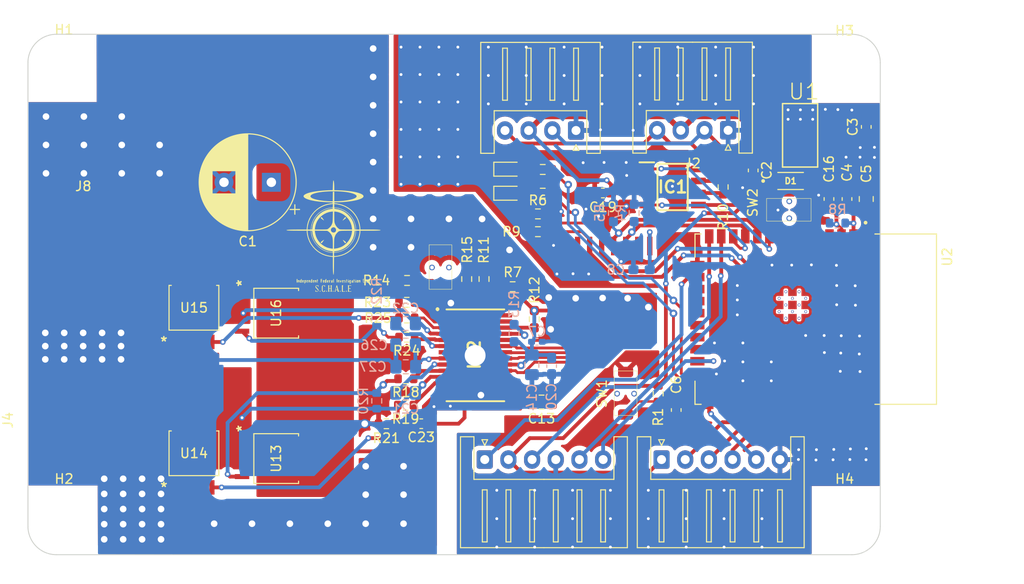
<source format=kicad_pcb>
(kicad_pcb (version 20221018) (generator pcbnew)
  (layers (0 "F.Cu" signal) (31 "B.Cu" signal) (34 "B.Paste" user) (35 "F.Paste" user) (36 "B.SilkS" user "B.Silkscreen") (37 "F.SilkS" user "F.Silkscreen") (38 "B.Mask" user) (39 "F.Mask" user) (44 "Edge.Cuts" user))
  (net 0 "")
  (net 1 "+24V")
  (net 2 "GNDPWR")
  (net 3 "VCC")
  (net 4 "GND")
  (net 5 "+3.3V")
  (net 6 "BOOT")
  (net 7 "EN")
  (net 8 "Net-(IC2-CA)")
  (net 9 "MOSI")
  (net 10 "MISO")
  (net 11 "Net-(IC2-CP1)")
  (net 12 "CP1")
  (net 13 "+5VA")
  (net 14 "SA1")
  (net 15 "CLK")
  (net 16 "SB1")
  (net 17 "Net-(IC2-CB)")
  (net 18 "CS")
  (net 19 "Net-(IC2-VREG)")
  (net 23 "GLB0")
  (net 24 "CANTX")
  (net 25 "CANRX")
  (net 26 "CANL")
  (net 27 "CANH")
  (net 28 "GHB0")
  (net 30 "GHA0")
  (net 32 "GLA0")
  (net 35 "PHASE1")
  (net 36 "SR1")
  (net 37 "PWML1")
  (net 38 "PWMH1")
  (net 39 "RESET")
  (net 40 "Net-(IC2-FF1)")
  (net 41 "Net-(IC2-FF2)")
  (net 42 "Net-(IC2-RDEAD)")
  (net 43 "Net-(IC2-VDSTH)")
  (net 53 "Net-(D2-A)")
  (net 54 "Net-(D3-A)")
  (net 60 "RXD")
  (net 61 "TXD")
  (net 62 "OPHASE1")
  (net 63 "OSR1")
  (net 64 "OPWML1")
  (net 65 "OPWMH1")
  (net 68 "Net-(R18-Pad2)")
  (net 69 "Net-(R19-Pad2)")
  (net 70 "Net-(R22-Pad1)")
  (net 71 "Net-(R23-Pad1)")
  (net 72 "LED2")
  (net 73 "LED1")
  (footprint "Capacitor_SMD:C_0603_1608Metric_Pad1.08x0.95mm_HandSolder" (layer "F.Cu") (at 148.082 51.308 90)
    (fp_text reference "C16")
    (fp_text value "0.1u")
  )
  (footprint "MountingHole:MountingHole_3.2mm_M3" (layer "F.Cu") (at 67.31 37.618)
    (fp_text reference "H1")
    (fp_text value "MountingHole")
  )
  (footprint "0-Myparts:TVAF06" (layer "F.Cu") (at 126.608 71.882)
    (fp_text reference "SW1")
    (fp_text value "SW_Push")
  )
  (footprint "Capacitor_SMD:C_0603_1608Metric_Pad1.08x0.95mm_HandSolder" (layer "F.Cu") (at 131.953 73.6092 -90)
    (fp_text reference "C6")
    (fp_text value "0.1u")
  )
  (footprint "Capacitor_THT:CP_Radial_D10.0mm_P5.00mm" (layer "F.Cu") (at 89.201 49.5427 180)
    (fp_text reference "C1")
    (fp_text value "1000u")
  )
  (footprint "Connector_JST:JST_XH_S6B-XH-A_1x06_P2.50mm_Horizontal" (layer "F.Cu") (at 130.402 78.846)
    (fp_text reference "J6" hide)
    (fp_text value "Conn_01x06")
  )
  (footprint "Resistor_SMD:R_0603_1608Metric" (layer "F.Cu") (at 101.346 75.057 180)
    (fp_text reference "R21")
    (fp_text value "10k")
  )
  (footprint "MountingHole:MountingHole_3.2mm_M3" (layer "F.Cu") (at 149.733 85.09)
    (fp_text reference "H4")
    (fp_text value "MountingHole")
  )
  (footprint "Resistor_SMD:R_0603_1608Metric" (layer "F.Cu") (at 103.505 63.881 180)
    (fp_text reference "R25")
    (fp_text value "10")
  )
  (footprint "0-Myparts:TVAF06" (layer "F.Cu") (at 143.891 52.451 90)
    (fp_text reference "SW2")
    (fp_text value "SW_Push")
  )
  (footprint "Resistor_SMD:R_0603_1608Metric_Pad0.98x0.95mm_HandSolder" (layer "F.Cu") (at 117.8579 50.6984)
    (fp_text reference "R3" hide)
    (fp_text value "R")
  )
  (footprint "0-Myparts:SQJ180EP-T1_GE3" (layer "F.Cu") (at 81.026 78.1812)
    (fp_text reference "U14")
    (fp_text value "SQJ180EP-T1_GE3" hide)
  )
  (footprint "Resistor_SMD:R_0603_1608Metric_Pad0.98x0.95mm_HandSolder" (layer "F.Cu") (at 109.8296 59.7662 90)
    (fp_text reference "R15")
    (fp_text value "20k")
  )
  (footprint "Resistor_SMD:R_0603_1608Metric_Pad0.98x0.95mm_HandSolder" (layer "F.Cu") (at 103.5304 59.9186)
    (fp_text reference "R14")
    (fp_text value "20k")
  )
  (footprint "MountingHole:MountingHole_3.2mm_M3" (layer "F.Cu") (at 67.31 85.09)
    (fp_text reference "H2")
    (fp_text value "MountingHole")
  )
  (footprint "Resistor_SMD:R_0603_1608Metric_Pad0.98x0.95mm_HandSolder" (layer "F.Cu") (at 117.348 52.8828)
    (fp_text reference "R6")
    (fp_text value "R")
  )
  (footprint "LED_SMD:LED_0603_1608Metric_Pad1.05x0.95mm_HandSolder" (layer "F.Cu") (at 114.3508 48.1584)
    (fp_text reference "D2" hide)
    (fp_text value "LED")
  )
  (footprint "Capacitor_SMD:C_0603_1608Metric_Pad1.08x0.95mm_HandSolder" (layer "F.Cu") (at 140.081 48.288 -90)
    (fp_text reference "C2")
    (fp_text value "1u")
  )
  (footprint "Capacitor_SMD:C_0805_2012Metric" (layer "F.Cu") (at 152.019 51.308 90)
    (fp_text reference "C5")
    (fp_text value "10u")
  )
  (footprint "0-Myparts:SOIC127P600X175-8N" (layer "F.Cu") (at 131.572 50.038)
    (fp_text reference "IC1")
    (fp_text value "TJA1441AT_0Z" hide)
  )
  (footprint "Resistor_SMD:R_0603_1608Metric" (layer "F.Cu") (at 136.906 50.038 -90)
    (fp_text reference "R10")
    (fp_text value "120")
  )
  (footprint "Resistor_SMD:R_0603_1608Metric_Pad0.98x0.95mm_HandSolder" (layer "F.Cu") (at 114.681 60.579 180)
    (fp_text reference "R7")
    (fp_text value "10k")
  )
  (footprint "Resistor_SMD:R_0603_1608Metric" (layer "F.Cu") (at 130.048 71.882 -90)
    (fp_text reference "R1")
    (fp_text value "10k")
  )
  (footprint "0-Myparts:ねじ端子(縦)" (layer "F.Cu") (at 79.756 30.545)
    (fp_text reference "J7" hide)
    (fp_text value "Conn_01x01_Pin")
  )
  (footprint "0-Myparts:SQJ180EP-T1_GE3" (layer "F.Cu") (at 89.7128 78.74 -90)
    (fp_text reference "U13")
    (fp_text value "SQJ180EP-T1_GE3" hide)
  )
  (footprint "Resistor_SMD:R_0603_1608Metric" (layer "F.Cu") (at 103.378 73.1012 180)
    (fp_text reference "R19")
    (fp_text value "10")
  )
  (footprint "Resistor_SMD:R_0603_1608Metric_Pad0.98x0.95mm_HandSolder" (layer "F.Cu") (at 111.6584 59.7662 90)
    (fp_text reference "R11")
    (fp_text value "1k")
  )
  (footprint "0-Myparts:ESP32-WROOM-32E_(4MB_HIGH_TEMP)" (layer "F.Cu") (at 146.685 64.008 -90)
    (fp_text reference "U2")
    (fp_text value "ESP32-WROOM-32E_(4MB_HIGH_TEMP)")
  )
  (footprint "0-Myparts:ねじ端子(縦)" (layer "F.Cu") (at 92.837 30.527)
    (fp_text reference "J5" hide)
    (fp_text value "Conn_01x01_Pin")
  )
  (footprint "0-Myparts:ねじ端子(縦)" (layer "F.Cu") (at 69.342 50.466)
    (fp_text reference "J8")
    (fp_text value "Conn_01x01")
  )
  (footprint "Resistor_SMD:R_0603_1608Metric_Pad0.98x0.95mm_HandSolder" (layer "F.Cu") (at 117.8579 48.1884)
    (fp_text reference "R2" hide)
    (fp_text value "R")
  )
  (footprint "0-Myparts:SOT230P700X180-4N" (layer "F.Cu") (at 145.034 44.577)
    (fp_text reference "U1")
    (fp_text value "ADP3338AKCZ-3.3")
  )
  (footprint "Resistor_SMD:R_0603_1608Metric_Pad0.98x0.95mm_HandSolder" (layer "F.Cu") (at 116.967 64.008 -90)
    (fp_text reference "R12")
    (fp_text value "20k")
  )
  (footprint "0-Myparts:A3944KLPTRT" (layer "F.Cu") (at 110.746 67.829 -90)
    (fp_text reference "IC2")
    (fp_text value "A3921KLPTR-T" hide)
  )
  (footprint "LED_SMD:LED_0603_1608Metric_Pad1.05x0.95mm_HandSolder" (layer "F.Cu") (at 114.3508 50.6984)
    (fp_text reference "D3" hide)
    (fp_text value "LED")
  )
  (footprint "0-Myparts:SQJ180EP-T1_GE3" (layer "F.Cu") (at 81.026 62.8015)
    (fp_text reference "U15")
    (fp_text value "SQJ180EP-T1_GE3" hide)
  )
  (footprint "Resistor_SMD:R_0603_1608Metric_Pad0.98x0.95mm_HandSolder" (layer "F.Cu") (at 117.3461 54.7624)
    (fp_text reference "R9")
    (fp_text value "R")
  )
  (footprint "Capacitor_SMD:C_0603_1608Metric_Pad1.08x0.95mm_HandSolder" (layer "F.Cu") (at 152.019 43.688 90)
    (fp_text reference "C3")
    (fp_text value "1u")
  )
  (footprint "Connector_JST:JST_XH_S6B-XH-A_1x06_P2.50mm_Horizontal" (layer "F.Cu") (at 111.733 78.846)
    (fp_text reference "J3" hide)
    (fp_text value "Conn_01x06")
  )
  (footprint "MountingHole:MountingHole_3.2mm_M3" (layer "F.Cu") (at 149.733 37.719)
    (fp_text reference "H3")
    (fp_text value "MountingHole")
  )
  (footprint "0-Myparts:ADuM140E" (layer "F.Cu") (at 124.714 60.968999 -90)
    (fp_text reference "U3" hide)
    (fp_text value "ADUM140E0BRWZ-RL")
  )
  (footprint "0-Myparts:TVAF06" (layer "F.Cu") (at 107.061 58.547)
    (fp_text reference "SW3" hide)
    (fp_text value "SW_Push")
  )
  (footprint "Capacitor_SMD:C_0603_1608Metric_Pad1.08x0.95mm_HandSolder" (layer "F.Cu") (at 149.987 51.308 90)
    (fp_text reference "C4")
    (fp_text value "0.1u")
  )
  (footprint "Capacitor_SMD:C_0603_1608Metric_Pad1.08x0.95mm_HandSolder" (layer "F.Cu") (at 105.029 75.057 180)
    (fp_text reference "C23")
    (fp_text value "0.1u")
  )
  (footprint "Capacitor_SMD:C_0603_1608Metric_Pad1.08x0.95mm_HandSolder" (layer "F.Cu") (at 124.206 50.673 180)
    (fp_text reference "C19")
    (fp_text value "0.1u")
  )
  (footprint "Resistor_SMD:R_0603_1608Metric" (layer "F.Cu") (at 103.505 62.23)
    (fp_text reference "R23")
    (fp_text value "10k")
  )
  (footprint "Capacitor_SMD:C_0805_2012Metric_Pad1.18x1.45mm_HandSolder" (layer "F.Cu") (at 117.729 72.771 180)
    (fp_text reference "C13")
    (fp_text value "10u")
  )
  (footprint "Connector_JST:JST_XH_S4B-XH-A_1x04_P2.50mm_Horizontal" (layer "F.Cu") (at 121.372 44.069 180)
    (fp_text reference "J1" hide)
    (fp_text value "Conn_01x04")
  )
  (footprint "0-Myparts:SS2040FL" (layer "F.Cu") (at 144.0315 49.403)
    (fp_text reference "D1")
    (fp_text value "D")
  )
  (footprint "0-Myparts:SQJ180EP-T1_GE3" (layer "F.Cu") (at 89.7128 63.373 -90)
    (fp_text reference "U16")
    (fp_text value "SQJ180EP-T1_GE3" hide)
  )
  (footprint "Resistor_SMD:R_0603_1608Metric" (layer "F.Cu") (at 103.4034 70.3072 180)
    (fp_text reference "R18")
    (fp_text value "10")
  )
  (footprint "Connector_JST:JST_XH_S4B-XH-A_1x04_P2.50mm_Horizontal" (layer "F.Cu") (at 137.434 44.048 180)
    (fp_text reference "J2")
    (fp_text value "Conn_01x04")
  )
  (footprint "0-Myparts:ねじ端子(縦)" (layer "F.Cu") (at 61.896 74.676 90)
    (fp_text reference "J4")
    (fp_text value "Conn_01x01")
  )
  (footprint "Resistor_SMD:R_0603_1608Metric" (layer "F.Cu") (at 103.505 65.913 180)
    (fp_text reference "R24")
    (fp_text value "10")
  )
  (footprint "0-Myparts:smallshcale" (layer "F.Cu") (at 95.758 55.2196)
    (fp_text reference "G***" hide)
    (fp_text value "LOGO" hide)
  )
  (footprint "Capacitor_SMD:C_0805_2012Metric_Pad1.18x1.45mm_HandSolder" (layer "B.Cu") (at 103.3741 66.7512 180)
    (fp_text reference "C26")
    (fp_text value "10u")
  )
  (footprint "Capacitor_SMD:C_0402_1005Metric_Pad0.74x0.62mm_HandSolder" (layer "B.Cu") (at 117.2464 66.3956)
    (fp_text reference "C7")
    (fp_text value "C")
  )
  (footprint "Resistor_SMD:R_0603_1608Metric" (layer "B.Cu") (at 100.33 63.881 90)
    (fp_text reference "R22")
    (fp_text value "10k")
  )
  (footprint "Capacitor_SMD:C_0805_2012Metric_Pad1.18x1.45mm_HandSolder" (layer "B.Cu") (at 103.3956 69.0372 180)
    (fp_text reference "C27")
    (fp_text value "0.1u")
  )
  (footprint "Capacitor_SMD:C_0603_1608Metric_Pad1.08x0.95mm_HandSolder" (layer "B.Cu") (at 118.7958 68.9599 -90)
    (fp_text reference "C20")
    (fp_text value "0.1u")
  )
  (footprint "Capacitor_SMD:C_0805_2012Metric_Pad1.18x1.45mm_HandSolder" (layer "B.Cu") (at 103.378 71.8)
    (fp_text reference "C21")
    (fp_text value "10u")
  )
  (footprint "Resistor_SMD:R_0603_1608Metric_Pad0.98x0.95mm_HandSolder" (layer "B.Cu") (at 125.3236 52.7812 -90)
    (fp_text reference "R5")
    (fp_text value "R")
  )
  (footprint "Resistor_SMD:R_0603_1608Metric_Pad0.98x0.95mm_HandSolder" (layer "B.Cu") (at 127.508 52.7812 -90)
    (fp_text reference "R4")
    (fp_text value "R")
  )
  (footprint "Resistor_SMD:R_0603_1608Metric" (layer "B.Cu") (at 148.971 53.848 180)
    (fp_text reference "R8")
    (fp_text value "10k")
  )
  (footprint "Resistor_SMD:R_0603_1608Metric_Pad0.98x0.95mm_HandSolder" (layer "B.Cu") (at 114.8334 65.4812 90)
    (fp_text reference "R13")
    (fp_text value "20k")
  )
  (footprint "Capacitor_SMD:C_0805_2012Metric_Pad1.18x1.45mm_HandSolder" (layer "B.Cu") (at 103.3741 64.4652 180)
    (fp_text reference "C22")
    (fp_text value "10u")
  )
  (footprint "Resistor_SMD:R_0603_1608Metric" (layer "B.Cu") (at 100.33 72.644 -90)
    (fp_text reference "R20")
    (fp_text value "10k")
  )
  (footprint "Capacitor_SMD:C_0805_2012Metric_Pad1.18x1.45mm_HandSolder" (layer "B.Cu") (at 116.713 68.834 -90)
    (fp_text reference "C14")
    (fp_text value "10u")
  )
  (footprint "Capacitor_SMD:C_0603_1608Metric_Pad1.08x0.95mm_HandSolder" (layer "B.Cu") (at 128.2954 58.7756)
    (fp_text reference "C8")
    (fp_text value "C")
  )
  (gr_line (start 63.5 85.9) (end 63.5 36.9) (stroke (width 0.1)) (layer "Edge.Cuts"))
  (gr_arc (start 66.5 88.9) (mid 64.37868 88.02132) (end 63.5 85.9) (stroke (width 0.1)) (layer "Edge.Cuts"))
  (gr_line (start 153.5 36.9) (end 153.5 85.9) (stroke (width 0.1)) (layer "Edge.Cuts"))
  (gr_arc (start 150.5 33.9) (mid 152.62132 34.77868) (end 153.5 36.9) (stroke (width 0.1)) (layer "Edge.Cuts"))
  (gr_line (start 150.5 88.9) (end 66.5 88.9) (stroke (width 0.1)) (layer "Edge.Cuts"))
  (gr_arc (start 63.5 36.9) (mid 64.37868 34.77868) (end 66.5 33.9) (stroke (width 0.1)) (layer "Edge.Cuts"))
  (gr_arc (start 153.5 85.9) (mid 152.62132 88.02132) (end 150.5 88.9) (stroke (width 0.1)) (layer "Edge.Cuts"))
  (gr_line (start 66.5 33.9) (end 150.5 33.9) (stroke (width 0.1)) (layer "Edge.Cuts"))
  (segment (start 109.601 72.084) (end 109.601 74.422) (width 0.4) (layer "F.Cu") (net 1))
  (segment (start 105.8915 75.057) (end 102.9705 77.978) (width 0.4) (layer "F.Cu") (net 1))
  (segment (start 102.6179 59.9186) (end 97.1804 59.9186) (width 0.4) (layer "F.Cu") (net 1))
  (segment (start 97.1804 59.9186) (end 97.155 59.944) (width 0.4) (layer "F.Cu") (net 1))
  (segment (start 97.3214 60.7936) (end 97.282 60.833) (width 0.4) (layer "F.Cu") (net 1))
  (segment (start 104.8856 60.7936) (end 97.3214 60.7936) (width 0.4) (layer "F.Cu") (net 1))
  (segment (start 108.966 75.057) (end 105.8915 75.057) (width 0.4) (layer "F.Cu") (net 1))
  (segment (start 102.9705 77.978) (end 97.155 77.978) (width 0.4) (layer "F.Cu") (net 1))
  (segment (start 108.921 71.404) (end 109.601 72.084) (width 0.4) (layer "F.Cu") (net 1))
  (segment (start 107.696 63.604) (end 104.8856 60.7936) (width 0.4) (layer "F.Cu") (net 1))
  (segment (start 107.696 71.404) (end 108.921 71.404) (width 0.4) (layer "F.Cu") (net 1))
  (segment (start 109.601 74.422) (end 108.966 75.057) (width 0.4) (layer "F.Cu") (net 1))
  (segment (start 120.269 64.954001) (end 120.269 65.659) (width 0.4) (layer "F.Cu") (net 2))
  (segment (start 120.949 64.274001) (end 120.269 64.954001) (width 0.4) (layer "F.Cu") (net 2))
  (segment (start 84.201 49.5427) (end 82.7786 49.5427) (width 2) (layer "F.Cu") (net 2))
  (segment (start 107.696 64.254) (end 106.438657 64.254) (width 0.4) (layer "F.Cu") (net 2))
  (segment (start 112.571 70.754) (end 110.746 68.929) (width 0.4) (layer "F.Cu") (net 2))
  (segment (start 84.201 48.2473) (end 84.1756 48.2219) (width 2) (layer "F.Cu") (net 2))
  (segment (start 104.414657 62.23) (end 104.33 62.23) (width 0.4) (layer "F.Cu") (net 2))
  (segment (start 127.889 64.954001) (end 127.209 64.274001) (width 0.4) (layer "F.Cu") (net 2))
  (segment (start 106.3752 73.2536) (end 105.9699 73.2536) (width 0.4) (layer "F.Cu") (net 2))
  (segment (start 84.201 49.5427) (end 85.471 49.5427) (width 2) (layer "F.Cu") (net 2))
  (segment (start 110.7186 67.8434) (end 110.746 67.829) (width 0.4) (layer "F.Cu") (net 2))
  (segment (start 107.696 64.254) (end 109.3898 64.254) (width 0.4) (layer "F.Cu") (net 2))
  (segment (start 127.209 64.274001) (end 120.949 64.274001) (width 0.4) (layer "F.Cu") (net 2))
  (segment (start 110.746 68.929) (end 110.7186 67.8434) (width 0.4) (layer "F.Cu") (net 2))
  (segment (start 127.889 65.659) (end 127.889 64.954001) (width 0.4) (layer "F.Cu") (net 2))
  (segment (start 106.438657 64.254) (end 104.414657 62.23) (width 0.4) (layer "F.Cu") (net 2))
  (segment (start 110.746 65.6102) (end 110.746 67.829) (width 0.4) (layer "F.Cu") (net 2))
  (segment (start 105.9699 73.2536) (end 104.1665 75.057) (width 0.4) (layer "F.Cu") (net 2))
  (segment (start 109.3898 64.254) (end 110.746 65.6102) (width 0.4) (layer "F.Cu") (net 2))
  (segment (start 84.201 49.5427) (end 84.201 50.7873) (width 2) (layer "F.Cu") (net 2))
  (segment (start 113.796 70.754) (end 112.571 70.754) (width 0.4) (layer "F.Cu") (net 2))
  (segment (start 84.201 49.5427) (end 84.201 48.2473) (width 2) (layer "F.Cu") (net 2))
  (via (at 65.405 48.5958) (size 1) (drill 0.7) (layers "F.Cu" "B.Cu") (net 2))
  (via (at 114.3508 56.6928) (size 1) (drill 0.7) (layers "F.Cu" "B.Cu") (net 2))
  (via (at 106.3752 73.2536) (size 0.6) (drill 0.3) (layers "F.Cu" "B.Cu") (net 2))
  (via (at 71.5518 80.8736) (size 1) (drill 0.7) (layers "F.Cu" "B.Cu") (net 2))
  (via (at 118.491 61.722) (size 1) (drill 0.7) (layers "F.Cu" "B.Cu") (net 2))
  (via (at 71.5518 87.2736) (size 1) (drill 0.7) (layers "F.Cu" "B.Cu") (net 2))
  (via (at 108.1532 62.3062) (size 1) (drill 0.7) (layers "F.Cu" "B.Cu") (net 2))
  (via (at 77.405 48.5958) (size 1) (drill 0.7) (layers "F.Cu" "B.Cu") (net 2))
  (via (at 73.405 42.5958) (size 1) (drill 0.7) (layers "F.Cu" "B.Cu") (net 2))
  (via (at 111.4552 53.4162) (size 1) (drill 0.7) (layers "F.Cu" "B.Cu") (net 2))
  (via (at 77.5518 84.0736) (size 1) (drill 0.7) (layers "F.Cu" "B.Cu") (net 2))
  (via (at 69.405 42.5958) (size 1) (drill 0.7) (layers "F.Cu" "B.Cu") (net 2))
  (via (at 67.3288 65.4558) (size 1) (drill 0.7) (layers "F.Cu" "B.Cu") (net 2))
  (via (at 118.6942 65.0748) (size 1) (drill 0.7) (layers "F.Cu" "B.Cu") (net 2))
  (via (at 65.405 45.5958) (size 1) (drill 0.7) (layers "F.Cu" "B.Cu") (net 2))
  (via (at 99.949 53.4076) (size 1) (drill 0.7) (layers "F.Cu" "B.Cu") (net 2))
  (via (at 69.3288 68.2558) (size 1) (drill 0.7) (layers "F.Cu" "B.Cu") (net 2))
  (via (at 99.949 35.4076) (size 1) (drill 0.7) (layers "F.Cu" "B.Cu") (net 2))
  (via (at 103.1596 85.6234) (size 1) (drill 0.7) (layers "F.Cu" "B.Cu") (net 2))
  (via (at 69.405 45.5958) (size 1) (drill 0.7) (layers "F.Cu" "B.Cu") (net 2))
  (via (at 71.5518 82.4736) (size 1) (drill 0.7) (layers "F.Cu" "B.Cu") (net 2))
  (via (at 108.1024 73.2028) (size 0.6) (drill 0.3) (layers "F.Cu" "B.Cu") (net 2))
  (via (at 69.3288 66.8558) (size 1) (drill 0.7) (layers "F.Cu" "B.Cu") (net 2))
  (via (at 73.5518 85.6736) (size 1) (drill 0.7) (layers "F.Cu" "B.Cu") (net 2))
  (via (at 124.1806 61.7728) (size 1) (drill 0.7) (layers "F.Cu" "B.Cu") (net 2))
  (via (at 69.3288 65.4558) (size 1) (drill 0.7) (layers "F.Cu" "B.Cu") (net 2))
  (via (at 71.5518 84.0736) (size 1) (drill 0.7) (layers "F.Cu" "B.Cu") (net 2))
  (via (at 75.5518 87.2736) (size 1) (drill 0.7) (layers "F.Cu" "B.Cu") (net 2))
  (via (at 103.1616 79.5528) (size 1) (drill 0.7) (layers "F.Cu" "B.Cu") (net 2))
  (via (at 73.3288 65.4558) (size 1) (drill 0.7) (layers "F.Cu" "B.Cu") (net 2))
  (via (at 111.3282 72.0344) (size 1) (drill 0.7) (layers "F.Cu" "B.Cu") (net 2))
  (via (at 65.3288 65.4558) (size 1) (drill 0.7) (layers "F.Cu" "B.Cu") (net 2))
  (via (at 95.1596 85.6234) (size 1) (drill 0.7) (layers "F.Cu" "B.Cu") (net 2))
  (via (at 77.5518 85.6736) (size 1) (drill 0.7) (layers "F.Cu" "B.Cu") (net 2))
  (via (at 73.5518 80.8736) (size 1) (drill 0.7) (layers "F.Cu" "B.Cu") (net 2))
  (via (at 69.405 48.5958) (size 1) (drill 0.7) (layers "F.Cu" "B.Cu") (net 2))
  (via (at 75.5518 80.8736) (size 1) (drill 0.7) (layers "F.Cu" "B.Cu") (net 2))
  (via (at 65.405 42.5958) (size 1) (drill 0.7) (layers "F.Cu" "B.Cu") (net 2))
  (via (at 73.5518 84.0736) (size 1) (drill 0.7) (layers "F.Cu" "B.Cu") (net 2))
  (via (at 73.405 45.5958) (size 1) (drill 0.7) (layers "F.Cu" "B.Cu") (net 2))
  (via (at 99.06 75.057) (size 1) (drill 0.7) (layers "F.Cu" "B.Cu") (net 2))
  (via (at 103.1616 82.5528) (size 1) (drill 0.7) (layers "F.Cu" "B.Cu") (net 2))
  (via (at 99.949 41.4076) (size 1) (drill 0.7) (layers "F.Cu" "B.Cu") (net 2))
  (via (at 126.8222 61.7982) (size 1) (drill 0.7) (layers "F.Cu" "B.Cu") (net 2))
  (via (at 99.949 38.4076) (size 1) (drill 0.7) (layers "F.Cu" "B.Cu") (net 2))
  (via (at 87.1596 85.6234) (size 1) (drill 0.7) (layers "F.Cu" "B.Cu") (net 2))
  (via (at 103.949 53.4076) (size 1) (drill 0.7) (layers "F.Cu" "B.Cu") (net 2))
  (via (at 99.1616 82.5528) (size 1) (drill 0.7) (layers "F.Cu" "B.Cu") (net 2))
  (via (at 73.5518 82.4736) (size 1) (drill 0.7) (layers "F.Cu" "B.Cu") (net 2))
  (via (at 83.1596 85.6234) (size 1) (drill 0.7) (layers "F.Cu" "B.Cu") (net 2))
  (via (at 99.949 47.4076) (size 1) (drill 0.7) (layers "F.Cu" "B.Cu") (net 2))
  (via (at 107.949 53.4076) (size 1) (drill 0.7) (layers "F.Cu" "B.Cu") (net 2))
  (via (at 77.5518 82.4736) (size 1) (drill 0.7) (layers "F.Cu" "B.Cu") (net 2))
  (via (at 77.5518 80.8736) (size 1) (drill 0.7) (layers "F.Cu" "B.Cu") (net 2))
  (via (at 71.3288 68.2558) (size 1) (drill 0.7) (layers "F.Cu" "B.Cu") (net 2))
  (via (at 75.5518 85.6736) (size 1) (drill 0.7) (layers "F.Cu" "B.Cu") (net 2))
  (via (at 73.5518 87.2736) (size 1) (drill 0.7) (layers "F.Cu" "B.Cu") (net 2))
  (via (at 75.5518 84.0736) (size 1) (drill 0.7) (layers "F.Cu" "B.Cu") (net 2))
  (via (at 121.3358 61.7982) (size 1) (drill 0.7) (layers "F.Cu" "B.Cu") (net 2))
  (via (at 99.949 44.4076) (size 1) (drill 0.7) (layers "F.Cu" "B.Cu") (net 2))
  (via (at 110.7186 67.8434) (size 2.5) (drill 2.2) (layers "F.Cu" "B.Cu") (net 2))
  (via (at 65.3288 68.2558) (size 1) (drill 0.7) (layers "F.Cu" "B.Cu") (net 2))
  (via (at 73.405 48.5958) (size 1) (drill 0.7) (layers "F.Cu" "B.Cu") (net 2))
  (via (at 67.3288 68.2558) (size 1) (drill 0.7) (layers "F.Cu" "B.Cu") (net 2))
  (via (at 99.1596 85.6234) (size 1) (drill 0.7) (layers "F.Cu" "B.Cu") (net 2))
  (via (at 99.949 56.4076) (size 1) (drill 0.7) (layers "F.Cu" "B.Cu") (net 2))
  (via (at 73.3288 68.2558) (size 1) (drill 0.7) (layers "F.Cu" "B.Cu") (net 2))
  (via (at 77.5518 87.2736) (size 1) (drill 0.7) (layers "F.Cu" "B.Cu") (net 2))
  (via (at 103.949 56.4076) (size 1) (drill 0.7) (layers "F.Cu" "B.Cu") (net 2))
  (via (at 75.5518 82.4736) (size 1) (drill 0.7) (layers "F.Cu" "B.Cu") (net 2))
  (via (at 129.0066 62.738) (size 1) (drill 0.7) (layers "F.Cu" "B.Cu") (net 2))
  (via (at 71.3288 66.8558) (size 1) (drill 0.7) (layers "F.Cu" "B.Cu") (net 2))
  (via (at 73.3288 66.8558) (size 1) (drill 0.7) (layers "F.Cu" "B.Cu") (net 2))
  (via (at 71.3288 65.4558) (size 1) (drill 0.7) (layers "F.Cu" "B.Cu") (net 2))
  (via (at 77.405 45.5958) (size 1) (drill 0.7) (layers "F.Cu" "B.Cu") (net 2))
  (via (at 99.1616 79.5528) (size 1) (drill 0.7) (layers "F.Cu" "B.Cu") (net 2))
  (via (at 65.3288 66.8558) (size 1) (drill 0.7) (layers "F.Cu" "B.Cu") (net 2))
  (via (at 67.3288 66.8558) (size 1) (drill 0.7) (layers "F.Cu" "B.Cu") (net 2))
  (via (at 99.949 50.4076) (size 1) (drill 0.7) (layers "F.Cu" "B.Cu") (net 2))
  (via (at 71.5518 85.6736) (size 1) (drill 0.7) (layers "F.Cu" "B.Cu") (net 2))
  (via (at 91.1596 85.6234) (size 1) (drill 0.7) (layers "F.Cu" "B.Cu") (net 2))
  (segment (start 116.7621 69.8224) (end 116.713 69.8715) (width 0.4) (layer "B.Cu") (net 2))
  (segment (start 102.3366 69.0157) (end 102.3581 69.0372) (width 0.4) (layer "B.Cu") (net 2))
  (segment (start 102.3366 66.7512) (end 102.3366 69.0157) (width 0.4) (layer "B.Cu") (net 2))
  (segment (start 118.7958 69.8224) (end 116.7621 69.8224) (width 0.4) (layer "B.Cu") (net 2))
  (segment (start 101.6469 68.326) (end 81.534 68.326) (width 0.4) (layer "B.Cu") (net 2))
  (segment (start 102.3581 69.0372) (end 101.6469 68.326) (width 0.4) (layer "B.Cu") (net 2))
  (segment (start 130.959 42.573) (end 117.868 42.573) (width 0.6) (layer "F.Cu") (net 3))
  (segment (start 125.0696 49.784) (end 125.0696 50.6719) (width 0.4) (layer "F.Cu") (net 3))
  (segment (start 139.6492 46.9937) (end 140.081 47.4255) (width 0.6) (layer "F.Cu") (net 3))
  (segment (start 117.868 42.573) (end 116.372 44.069) (width 0.6) (layer "F.Cu") (net 3))
  (segment (start 140.081 47.4255) (end 141.2965 47.4255) (width 0.6) (layer "F.Cu") (net 3))
  (segment (start 124.6124 49.3268) (end 125.0696 49.784) (width 0.4) (layer "F.Cu") (net 3))
  (segment (start 125.0696 50.6719) (end 125.0685 50.673) (width 0.4) (layer "F.Cu") (net 3))
  (segment (start 132.434 44.048) (end 133.909 42.573) (width 0.6) (layer "F.Cu") (net 3))
  (segment (start 141.2965 47.4255) (end 141.8336 46.8884) (width 0.6) (layer "F.Cu") (net 3))
  (segment (start 125.0685 50.673) (end 128.847 50.673) (width 0.4) (layer "F.Cu") (net 3))
  (segment (start 141.8336 46.8884) (end 141.8336 48.9351) (width 0.8) (layer "F.Cu") (net 3))
  (segment (start 139.6492 43.6118) (end 139.6492 46.9937) (width 0.6) (layer "F.Cu") (net 3))
  (segment (start 132.434 44.048) (end 130.959 42.573) (width 0.6) (layer "F.Cu") (net 3))
  (segment (start 141.8336 48.9351) (end 142.3015 49.403) (width 0.8) (layer "F.Cu") (net 3))
  (segment (start 138.6104 42.573) (end 139.6492 43.6118) (width 0.6) (layer "F.Cu") (net 3))
  (segment (start 125.095 50.673) (end 125.0685 50.673) (width 0.25) (layer "F.Cu") (net 3))
  (segment (start 133.909 42.573) (end 138.6104 42.573) (width 0.6) (layer "F.Cu") (net 3))
  (via (at 124.6124 49.3268) (size 0.6) (drill 0.3) (layers "F.Cu" "B.Cu") (net 3))
  (segment (start 116.372 44.069) (end 121.6298 49.3268) (width 0.4) (layer "B.Cu") (net 3))
  (segment (start 121.6298 49.3268) (end 124.6124 49.3268) (width 0.4) (layer "B.Cu") (net 3))
  (segment (start 139.9271 49.1505) (end 138.9634 50.1142) (width 0.3) (layer "F.Cu") (net 4))
  (segment (start 146.125 63.415107) (end 145.632107 63.908) (width 0.3) (layer "F.Cu") (net 4))
  (segment (start 145.132107 64.408) (end 145.625 63.915107) (width 0.3) (layer "F.Cu") (net 4))
  (segment (start 142.825 61.100893) (end 143.317893 60.608) (width 0.3) (layer "F.Cu") (net 4))
  (segment (start 145.132107 60.608) (end 145.625 61.100893) (width 0.3) (layer "F.Cu") (net 4))
  (segment (start 144.225 63.915107) (end 144.717893 64.408) (width 0.3) (layer "F.Cu") (net 4))
  (segment (start 142.325 62.015107) (end 142.325 61.600893) (width 0.3) (layer "F.Cu") (net 4))
  (segment (start 142.325 61.600893) (end 142.817893 61.108) (width 0.3) (layer "F.Cu") (net 4))
  (segment (start 142.825 61.108) (end 142.825 61.100893) (width 0.3) (layer "F.Cu") (net 4))
  (segment (start 142.817893 61.108) (end 142.825 61.108) (width 0.3) (layer "F.Cu") (net 4))
  (segment (start 143.317893 64.408) (end 143.732107 64.408) (width 0.3) (layer "F.Cu") (net 4))
  (segment (start 144.717893 60.608) (end 145.132107 60.608) (width 0.3) (layer "F.Cu") (net 4))
  (segment (start 146.125 62.015107) (end 145.632107 62.508) (width 0.3) (layer "F.Cu") (net 4))
  (segment (start 144.225 61.100893) (end 144.717893 60.608) (width 0.3) (layer "F.Cu") (net 4))
  (segment (start 142.817893 63.908) (end 142.325 63.415107) (width 0.3) (layer "F.Cu") (net 4))
  (segment (start 146.125 63.000893) (end 146.125 63.415107) (width 0.3) (layer "F.Cu") (net 4))
  (segment (start 145.632107 62.508) (end 146.125 63.000893) (width 0.3) (layer "F.Cu") (net 4))
  (segment (start 141.591 52.451) (end 142.6718 52.451) (width 0.3) (layer "F.Cu") (net 4))
  (segment (start 148.082 50.4455) (end 147.4459 50.4455) (width 0.3) (layer "F.Cu") (net 4))
  (segment (start 145.632107 63.908) (end 145.625 63.908) (width 0.3) (layer "F.Cu") (net 4))
  (segment (start 142.325 63.415107) (end 142.325 63.000893) (width 0.3) (layer "F.Cu") (net 4))
  (segment (start 142.825 62.508) (end 142.817893 62.508) (width 0.3) (layer "F.Cu") (net 4))
  (segment (start 140.081 49.1505) (end 139.9271 49.1505) (width 0.3) (layer "F.Cu") (net 4))
  (segment (start 146.125 61.600893) (end 146.125 62.015107) (width 0.3) (layer "F.Cu") (net 4))
  (segment (start 142.6718 52.451) (end 142.6972 52.4764) (width 0.3) (layer "F.Cu") (net 4))
  (segment (start 145.632107 61.108) (end 146.125 61.600893) (width 0.3) (layer "F.Cu") (net 4))
  (segment (start 142.825 63.915107) (end 143.317893 64.408) (width 0.3) (layer "F.Cu") (net 4))
  (segment (start 145.625 62.508) (end 145.632107 62.508) (width 0.3) (layer "F.Cu") (net 4))
  (segment (start 127.889 56.983997) (end 126.960997 57.912) (width 0.3) (layer "F.Cu") (net 4))
  (segment (start 144.717893 64.408) (end 145.132107 64.408) (width 0.3) (layer "F.Cu") (net 4))
  (segment (start 142.825 63.908) (end 142.825 63.915107) (width 0.3) (layer "F.Cu") (net 4))
  (segment (start 143.317893 60.608) (end 143.732107 60.608) (width 0.3) (layer "F.Cu") (net 4))
  (segment (start 145.625 63.915107) (end 145.625 63.908) (width 0.3) (layer "F.Cu") (net 4))
  (segment (start 142.817893 62.508) (end 142.325 62.015107) (width 0.3) (layer "F.Cu") (net 4))
  (segment (start 127.889 56.278998) (end 127.889 56.983997) (width 0.3) (layer "F.Cu") (net 4))
  (segment (start 145.625 61.100893) (end 145.625 61.108) (width 0.3) (layer "F.Cu") (net 4))
  (segment (start 144.225 63.908) (end 144.225 63.915107) (width 0.3) (layer "F.Cu") (net 4))
  (segment (start 126.960997 57.912) (end 126.1364 57.912) (width 0.3) (layer "F.Cu") (net 4))
  (segment (start 147.4459 50.4455) (end 146.9898 50.9016) (width 0.3) (layer "F.Cu") (net 4))
  (segment (start 143.732107 60.608) (end 144.225 61.100893) (width 0.3) (layer "F.Cu") (net 4))
  (segment (start 144.225 61.108) (end 144.225 61.100893) (width 0.3) (layer "F.Cu") (net 4))
  (segment (start 142.325 63.000893) (end 142.817893 62.508) (width 0.3) (layer "F.Cu") (net 4))
  (segment (start 145.625 61.108) (end 145.632107 61.108) (width 0.3) (layer "F.Cu") (net 4))
  (segment (start 143.732107 64.408) (end 144.225 63.915107) (width 0.3) (layer "F.Cu") (net 4))
  (segment (start 142.825 63.908) (end 142.817893 63.908) (width 0.3) (layer "F.Cu") (net 4))
  (via (at 146.7612 77.8002) (size 0.6) (drill 0.3) (layers "F.Cu" "B.Cu") (net 4))
  (via (at 144.145 58.293) (size 0.6) (drill 0.3) (layers "F.Cu" "B.Cu") (net 4))
  (via (at 123.952 43.9928) (size 0.6) (drill 0.3) (layers "F.Cu" "B.Cu") (net 4))
  (via (at 137.0046 88.0928) (size 0.6) (drill 0.3) (layers "F.Cu" "B.Cu") (net 4))
  (via (at 150.3426 77.724) (size 0.6) (drill 0.3) (layers "F.Cu" "B.Cu") (net 4))
  (via (at 121.0046 85.0928) (size 0.6) (drill 0.3) (layers "F.Cu" "B.Cu") (net 4))
  (via (at 127.4064 44.0436) (size 0.6) (drill 0.3) (layers "F.Cu" "B.Cu") (net 4))
  (via (at 138.4046 63.5508) (size 0.6) (drill 0.3) (layers "F.Cu" "B.Cu") (net 4))
  (via (at 147.701 41.8338) (size 0.6) (drill 0.3) (layers "F.Cu" "B.Cu") (net 4))
  (via (at 143.764 42.8846) (size 0.6) (drill 0.3) (layers "F.Cu" "B.Cu") (net 4))
  (via (at 150.2918 78.8416) (size 0.6) (drill 0.3) (layers "F.Cu" "B.Cu") (net 4))
  (via (at 136.1156 41.2552) (size 0.6) (drill 0.3) (layers "F.Cu" "B.Cu") (net 4))
  (via (at 151.3586 69.5452) (size 0.6) (drill 0.3) (layers "F.Cu" "B.Cu") (net 4))
  (via (at 112.1156 35.2552) (size 0.6) (drill 0.3) (layers "F.Cu" "B.Cu") (net 4))
  (via (at 102.8954 41.0552) (size 0.6) (drill 0.3) (layers "F.Cu" "B.Cu") (net 4))
  (via (at 143.764 41.8846) (size 0.6) (drill 0.3) (layers "F.Cu" "B.Cu") (net 4))
  (via (at 108.8954 35.2552) (size 0.6) (drill 0.3) (layers "F.Cu" "B.Cu") (net 4))
  (via (at 144.8816 77.8002) (size 0.6) (drill 0.3) (layers "F.Cu" "B.Cu") (net 4))
  (via (at 102.8954 49.7552) (size 0.6) (drill 0.3) (layers "F.Cu" "B.Cu") (net 4))
  (via (at 106.8954 49.7552) (size 0.6) (drill 0.3) (layers "F.Cu" "B.Cu") (net 4))
  (via (at 138.9634 50.1142) (size 0.6) (drill 0.3) (layers "F.Cu" "B.Cu") (net 4))
  (via (at 128.1156 35.2552) (size 0.6) (drill 0.3) (layers "F.Cu" "B.Cu") (net 4))
  (via (at 116.1156 38.2552) (size 0.6) (drill 0.3) (layers "F.Cu" "B.Cu") (net 4))
  (via (at 149.0218 41.8592) (size 0.6) (drill 0.3) (layers "F.Cu" "B.Cu") (net 4))
  (via (at 124.333 47.4472) (size 0.6) (drill 0.3) (layers "F.Cu" "B.Cu") (net 4))
  (via (at 146.9898 50.9016) (size 0.6) (drill 0.3) (layers "F.Cu" "B.Cu") (net 4))
  (via (at 144.8562 78.8416) (size 0.6) (drill 0.3) (layers "F.Cu" "B.Cu") (net 4))
  (via (at 124.1156 41.2552) (size 0.6) (drill 0.3) (layers "F.Cu" "B.Cu") (net 4))
  (via (at 106.8954 41.0552) (size 0.6) (drill 0.3) (layers "F.Cu" "B.Cu") (net 4))
  (via (at 133.0046 88.0928) (size 0.6) (drill 0.3) (layers "F.Cu" "B.Cu") (net 4))
  (via (at 113.0046 88.0928) (size 0.6) (drill 0.3) (layers "F.Cu" "B.Cu") (net 4))
  (via (at 146.2278 58.2676) (size 0.6) (drill 0.3) (layers "F.Cu" "B.Cu") (net 4))
  (via (at 108.8954 43.9552) (size 0.6) (drill 0.3) (layers "F.Cu" "B.Cu") (net 4))
  (via (at 141.0046 82.0928) (size 0.6) (drill 0.3) (layers "F.Cu" "B.Cu") (net 4))
  (via (at 125.0046 82.0928) (size 0.6) (drill 0.3) (layers "F.Cu" "B.Cu") (net 4))
  (via (at 151.384 45.8724) (size 0.6) (drill 0.3) (layers "F.Cu" "B.Cu") (net 4))
  (via (at 151.3586 46.8884) (size 0.6) (drill 0.3) (layers "F.Cu" "B.Cu") (net 4))
  (via (at 152.019 77.6986) (size 0.6) (drill 0.3) (layers "F.Cu" "B.Cu") (net 4))
  (via (at 116.1156 35.2552) (size 0.6) (drill 0.3) (layers "F.Cu" "B.Cu") (net 4))
  (via (at 141.0046 85.0928) (size 0.6) (drill 0.3) (layers "F.Cu" "B.Cu") (net 4))
  (via (at 141.9916 68.5226) (size 0.6) (drill 0.3) (layers "F.Cu" "B.Cu") (net 4))
  (via (at 129.0046 88.0928) (size 0.6) (drill 0.3) (layers "F.Cu" "B.Cu") (net 4))
  (via (at 148.5138 78.867) (size 0.6) (drill 0.3) (layers "F.Cu" "B.Cu") (net 4))
  (via (at 135.9916 66.5226) (size 0.6) (drill 0.3) (layers "F.Cu" "B.Cu") (net 4))
  (via (at 146.7104 78.8924) (size 0.6) (drill 0.3) (layers "F.Cu" "B.Cu") (net 4))
  (via (at 106.8954 46.8552) (size 0.6) (drill 0.3) (layers "F.Cu" "B.Cu") (net 4))
  (via (at 121.0046 88.0928) (size 0.6) (drill 0.3) (layers "F.Cu" "B.Cu") (net 4))
  (via (at 104.8954 41.0552) (size 0.6) (drill 0.3) (layers "F.Cu" "B.Cu") (net 4))
  (via (at 138.4046 60.452) (size 0.6) (drill 0.3) (layers "F.Cu" "B.Cu") (net 4))
  (via (at 123.7488 53.1368) (size 0.6) (drill 0.3) (layers "F.Cu" "B.Cu") (net 4))
  (via (at 133.0046 82.0928) (size 0.6) (drill 0.3) (layers "F.Cu" "B.Cu") (net 4))
  (via (at 104.8954 43.9552) (size 0.6) (drill 0.3) (layers "F.Cu" "B.Cu") (net 4))
  (via (at 151.3078 65.786) (size 0.6) (drill 0.3) (layers "F.Cu" "B.Cu") (net 4))
  (via (at 137.0046 85.0928) (size 0.6) (drill 0.3) (layers "F.Cu" "B.Cu") (net 4))
  (via (at 148.8694 58.3184) (size 0.6) (drill 0.3) (layers "F.Cu" "B.Cu") (net 4))
  (via (at 122.1232 47.4726) (size 0.6) (drill 0.3) (layers "F.Cu" "B.Cu") (net 4))
  (via (at 136.1156 35.2552) (size 0.6) (drill 0.3) (layers "F.Cu" "B.Cu") (net 4))
  (via (at 116.1156 41.2552) (size 0.6) (drill 0.3) (layers "F.Cu" "B.Cu") (net 4))
  (via (at 149.2758 69.5198) (size 0.6) (drill 0.3) (layers "F.Cu" "B.Cu") (net 4))
  (via (at 128.1156 38.2552) (size 0.6) (drill 0.3) (layers "F.Cu" "B.Cu") (net 4))
  (via (at 142.6972 52.4764) (size 0.6) (drill 0.3) (layers "F.Cu" "B.Cu") (net 4))
  (via (at 147.5994 67.5386) (size 0.6) (drill 0.3) (layers "F.Cu" "B.Cu") (net 4))
  (via (at 148.8948 60.452) (size 0.6) (drill 0.3) (layers "F.Cu" "B.Cu") (net 4))
  (via (at 152.8826 46.9138) (size 0.6) (drill 0.3) (layers "F.Cu" "B.Cu") (net 4))
  (via (at 129.0046 85.0928) (size 0.6) (drill 0.3) (layers "F.Cu" "B.Cu") (net 4))
  (via (at 133.0046 85.0928) (size 0.6) (drill 0.3) (layers "F.Cu" "B.Cu") (net 4))
  (via (at 147.574 65.7352) (size 0.6) (drill 0.3) (layers "F.Cu" "B.Cu") (net 4))
  (via (at 145.064 41.8846) (size 0.6) (drill 0.3) (layers "F.Cu" "B.Cu") (net 4))
  (via (at 126.6952 52.07) (size 0.6) (drill 0.3) (layers "F.Cu" "B.Cu") (net 4))
  (via (at 140.1156 35.2552) (size 0.6) (drill 0.3) (layers "F.Cu" "B.Cu") (net 4))
  (via (at 104.8954 35.2552) (size 0.6) (drill 0.3) (layers "F.Cu" "B.Cu") (net 4))
  (via (at 124.1156 38.2552) (size 0.6) (drill 0.3) (layers "F.Cu" "B.Cu") (net 4))
  (via (at 136.1156 38.2552) (size 0.6) (drill 0.3) (layers "F.Cu" "B.Cu") (net 4))
  (via (at 151.2824 67.691) (size 0.6) (drill 0.3) (layers "F.Cu" "B.Cu") (net 4))
  (via (at 108.8954 41.0552) (size 0.6) (drill 0.3) (layers "F.Cu" "B.Cu") (net 4))
  (via (at 120.1156 38.2552) (size 0.6) (drill 0.3) (layers "F.Cu" "B.Cu") (net 4))
  (via (at 102.8954 43.9552) (size 0.6) (drill 0.3) (layers "F.Cu" "B.Cu") (net 4))
  (via (at 137.0584 68.4276) (size 0.6) (drill 0.3) (layers "F.Cu" "B.Cu") (net 4))
  (via (at 106.8954 38.1552) (size 0.6) (drill 0.3) (layers "F.Cu" "B.Cu") (net 4))
  (via (at 119.784334 52.630866) (size 0.6) (drill 0.3) (layers "F.Cu" "B.Cu") (net 4))
  (via (at 113.0046 82.0928) (size 0.6) (drill 0.3) (layers "F.Cu" "B.Cu") (net 4))
  (via (at 148.8948 62.484) (size 0.6) (drill 0.3) (layers "F.Cu" "B.Cu") (net 4))
  (via (at 106.8954 43.9552) (size 0.6) (drill 0.3) (layers "F.Cu" "B.Cu") (net 4))
  (via (at 102.8954 46.8552) (size 0.6) (drill 0.3) (layers "F.Cu" "B.Cu") (net 4))
  (via (at 125.0046 85.0928) (size 0.6) (drill 0.3) (layers "F.Cu" "B.Cu") (net 4))
  (via (at 152.8826 45.847) (size 0.6) (drill 0.3) (layers "F.Cu" "B.Cu") (net 4))
  (via (at 112.1156 38.2552) (size 0.6) (drill 0.3) (layers "F.Cu" "B.Cu") (net 4))
  (via (at 149.8854 46.8884) (size 0.6) (drill 0.3) (layers "F.Cu" "B.Cu") (net 4))
  (via (at 108.8954 49.7552) (size 0.6) (drill 0.3) (layers "F.Cu" "B.Cu") (net 4))
  (via (at 150.876 62.5348) (size 0.6) (drill 0.3) (layers "F.Cu" "B.Cu") (net 4))
  (via (at 121.0046 82.0928) (size 0.6) (drill 0.3) (layers "F.Cu" "B.Cu") (net 4))
  (via (at 117.0046 88.0928) (size 0.6) (drill 0.3) (layers "F.Cu" "B.Cu") (net 4))
  (via (at 102.8954 35.2552) (size 0.6) (drill 0.3) (layers "F.Cu" "B.Cu") (net 4))
  (via (at 132.1156 41.2552) (size 0.6) (drill 0.3) (layers "F.Cu" "B.Cu") (net 4))
  (via (at 140.1156 41.2552) (size 0.6) (drill 0.3) (layers "F.Cu" "B.Cu") (net 4))
  (via (at 136.1948 69.7992) (size 0.6) (drill 0.3) (layers "F.Cu" "B.Cu") (net 4))
  (via (at 118.999 56.2102) (size 0.6) (drill 0.3) (layers "F.Cu" "B.Cu") (net 4))
  (via (at 142.0622 58.293) (size 0.6) (drill 0.3) (layers "F.Cu" "B.Cu") (net 4))
  (via (at 138.9916 66.5226) (size 0.6) (drill 0.3) (layers "F.Cu" "B.Cu") (net 4))
  (via (at 145.6182 65.7352) (size 0.6) (drill 0.3) (layers "F.Cu" "B.Cu") (net 4))
  (via (at 117.0046 85.0928) (size 0.6) (drill 0.3) (layers "F.Cu" "B.Cu") (net 4))
  (via (at 117.0046 82.0928) (size 0.6) (drill 0.3) (layers "F.Cu" "B.Cu") (net 4))
  (via (at 108.8954 46.8552) (size 0.6) (drill 0.3) (layers "F.Cu" "B.Cu") (net 4))
  (via (at 141.0046 88.0928) (size 0.6) (drill 0.3) (layers "F.Cu" "B.Cu") (net 4))
  (via (at 146.364 41.8846) (size 0.6) (drill 0.3) (layers "F.Cu" "B.Cu") (net 4))
  (via (at 145.064 42.8846) (size 0.6) (drill 0.3) (layers "F.Cu" "B.Cu") (net 4))
  (via (at 104.8954 38.1552) (size 0.6) (drill 0.3) (layers "F.Cu" "B.Cu") (net 4))
  (via (at 140.1156 38.2552) (size 0.6) (drill 0.3) (layers "F.Cu" "B.Cu") (net 4))
  (via (at 138.4046 61.976) (size 0.6) (drill 0.3) (layers "F.Cu" "B.Cu") (net 4))
  (via (at 106.8954 35.2552) (size 0.6) (drill 0.3) (layers "F.Cu" "B.Cu") (net 4))
  (via (at 119.3546 59.2328) (size 0.6) (drill 0.3) (layers "F.Cu" "B.Cu") (net 4))
  (via (at 122.7074 59.2328) (size 0.6) (drill 0.3) (layers "F.Cu" "B.Cu") (net 4))
  (via (at 120.1156 41.2552) (size 0.6) (drill 0.3) (layers "F.Cu" "B.Cu") (net 4))
  (via (at 148.59 77.7748) (size 0.6) (drill 0.3) (layers "F.Cu" "B.Cu") (net 4))
  (via (at 104.8954 46.8552) (size 0.6) (drill 0.3) (layers "F.Cu" "B.Cu") (net 4))
  (via (at 131.5466 49.9618) (size 0.6) (drill 0.3) (layers "F.Cu" "B.Cu") (net 4))
  (via (at 151.9936 78.867) (size 0.6) (drill 0.3) (layers "F.Cu" "B.Cu") (net 4))
  (via (at 149.3266 67.5894) (size 0.6) (drill 0.3) (layers "F.Cu" "B.Cu") (net 4))
  (via (at 113.0046 85.0928) (size 0.6) (drill 0.3) (layers "F.Cu" "B.Cu") (net 4))
  (via (at 102.8954 38.1552) (size 0.6) (drill 0.3) (layers "F.Cu" "B.Cu") (net 4))
  (via (at 132.1156 35.2552) (size 0.6) (drill 0.3) (layers "F.Cu" "B.Cu") (net 4))
  (via (at 126.1364 57.912) (size 0.6) (drill 0.3) (layers "F.Cu" "B.Cu") (net 4))
  (via (at 128.1156 41.2552) (size 0.6) (drill 0.3) (layers "F.Cu" "B.Cu") (net 4))
  (via (at 112.1156 41.2552) (size 0.6) (drill 0.3) (layers "F.Cu" "B.Cu") (net 4))
  (via (at 149.3774 65.7606) (size 0.6) (drill 0.3) (layers "F.Cu" "B.Cu") (net 4))
  (via (at 126.6698 47.4472) (size 0.6) (drill 0.3) (layers "F.Cu" "B.Cu") (net 4))
  (via (at 150.495 41.91) (size 0.6) (drill 0.3) (layers "F.Cu" "B.Cu") (net 4))
  (via (at 121.0564 59.2074) (size 0.6) (drill 0.3) (layers "F.Cu" "B.Cu") (net 4))
  (via (at 125.0046 88.0928) (size 0.6) (drill 0.3) (layers "F.Cu" "B.Cu") (net 4))
  (via (at 132.1156 38.2552) (size 0.6) (drill 0.3) (layers "F.Cu" "B.Cu") (net 4))
  (via (at 138.9916 70.5226) (size 0.6) (drill 0.3) (layers "F.Cu" "B.Cu") (net 4))
  (via (at 126.7206 48.8188) (size 0.6) (drill 0.3) (layers "F.Cu" "B.Cu") (net 4))
  (via (at 146.364 42.8846) (size 0.6) (drill 0.3) (layers "F.Cu" "B.Cu") (net 4))
  (via (at 120.1156 35.2552) (size 0.6) (drill 0.3) (layers "F.Cu" "B.Cu") (net 4))
  (via (at 150.8506 60.4774) (size 0.6) (drill 0.3) (layers "F.Cu" "B.Cu") (net 4))
  (via (at 129.0046 82.0928) (size 0.6) (drill 0.3) (layers "F.Cu" "B.Cu") (net 4))
  (via (at 122.428 52.3748) (size 0.6) (drill 0.3) (layers "F.Cu" "B.Cu") (net 4))
  (via (at 108.8954 38.1552) (size 0.6) (drill 0.3) (layers "F.Cu" "B.Cu") (net 4))
  (via (at 141.9916 70.5226) (size 0.6) (drill 0.3) (layers "F.Cu" "B.Cu") (net 4))
  (via (at 137.0046 82.0928) (size 0.6) (drill 0.3) (layers "F.Cu" "B.Cu") (net 4))
  (via (at 104.8954 49.7552) (size 0.6) (drill 0.3) (layers "F.Cu" "B.Cu") (net 4))
  (via (at 138.9916 68.5226) (size 0.6) (drill 0.3) (layers "F.Cu" "B.Cu") (net 4))
  (via (at 124.1156 35.2552) (size 0.6) (drill 0.3) (layers "F.Cu" "B.Cu") (net 4))
  (segment (start 150.675 53.8734) (end 150.675 52.8585) (width 0.4) (layer "F.Cu") (net 5))
  (segment (start 125.54305 71.057) (end 130.048 71.057) (width 0.4) (layer "F.Cu") (net 5))
  (segment (start 139.16755 51.76615) (end 140.0827 50.851) (width 0.4) (layer "F.Cu") (net 5))
  (segment (start 115.608 80.221) (end 129.027 80.221) (width 0.4) (layer "F.Cu") (net 5))
  (segment (start 141.8336 44.577) (end 148.2344 44.577) (width 0.8) (layer "F.Cu") (net 5))
  (segment (start 149.987 52.1705) (end 151.9315 52.1705) (width 0.4) (layer "F.Cu") (net 5))
  (segment (start 129.027 80.221) (end 130.402 78.846) (width 0.4) (layer "F.Cu") (net 5))
  (segment (start 148.2344 46.9301) (end 145.7615 49.403) (width 0.8) (layer "F.Cu") (net 5))
  (segment (start 140.0827 50.851) (end 144.3135 50.851) (width 0.4) (layer "F.Cu") (net 5))
  (segment (start 148.2344 44.577) (end 148.2344 46.9301) (width 0.8) (layer "F.Cu") (net 5))
  (segment (start 138.1252 52.8085) (end 139.16755 51.76615) (width 0.4) (layer "F.Cu") (net 5))
  (segment (start 148.844001 49.403) (end 149.112 49.670999) (width 0.4) (layer "F.Cu") (net 5))
  (segment (start 149.112 51.2955) (end 149.987 52.1705) (width 0.4) (layer "F.Cu") (net 5))
  (segment (start 130.8608 70.2442) (end 130.048 71.057) (width 0.4) (layer "F.Cu") (net 5))
  (segment (start 145.7615 49.403) (end 148.844001 49.403) (width 0.4) (layer "F.Cu") (net 5))
  (segment (start 116.498 76.581) (end 120.01905 76.581) (width 0.4) (layer "F.Cu") (net 5))
  (segment (start 150.675 55.258) (end 150.675 53.8734) (width 0.4) (layer "F.Cu") (net 5))
  (segment (start 114.233 78.846) (end 116.498 76.581) (width 0.4) (layer "F.Cu") (net 5))
  (segment (start 148.2344 44.577) (end 151.9925 44.577) (width 0.8) (layer "F.Cu") (net 5))
  (segment (start 144.3135 50.851) (end 145.7615 49.403) (width 0.4) (layer "F.Cu") (net 5))
  (segment (start 151.9315 52.1705) (end 152.019 52.258) (width 0.4) (layer "F.Cu") (net 5))
  (segment (start 150.675 52.8585) (end 149.987 52.1705) (width 0.4) (layer "F.Cu") (net 5))
  (segment (start 151.9925 44.577) (end 152.019 44.5505) (width 0.8) (layer "F.Cu") (net 5))
  (segment (start 114.233 78.846) (end 115.608 80.221) (width 0.4) (layer "F.Cu") (net 5))
  (segment (start 138.9907 51.943) (end 139.16755 51.76615) (width 0.4) (layer "F.Cu") (net 5))
  (segment (start 134.297 51.943) (end 138.9907 51.943) (width 0.4) (layer "F.Cu") (net 5))
  (segment (start 129.159 54.8075) (end 129.159 56.278998) (width 0.4) (layer "F.Cu") (net 5))
  (segment (start 130.8608 60.2488) (end 130.8608 70.2442) (width 0.4) (layer "F.Cu") (net 5))
  (segment (start 149.112 49.670999) (end 149.112 51.2955) (width 0.4) (layer "F.Cu") (net 5))
  (segment (start 120.01905 76.581) (end 125.54305 71.057) (width 0.4) (layer "F.Cu") (net 5))
  (segment (start 134.897725 52.8085) (end 138.1252 52.8085) (width 0.4) (layer "F.Cu") (net 5))
  (via (at 150.675 53.8734) (size 0.6) (drill 0.3) (layers "F.Cu" "B.Cu") (net 5))
  (via (at 134.897725 52.8085) (size 0.6) (drill 0.3) (layers "F.Cu" "B.Cu") (net 5))
  (via (at 130.8608 60.2488) (size 0.6) (drill 0.3) (layers "F.Cu" "B.Cu") (net 5))
  (via (at 129.159 54.8075) (size 0.6) (drill 0.3) (layers "F.Cu" "B.Cu") (net 5))
  (segment (start 129.159 54.8075) (end 129.1579 54.8086) (width 0.4) (layer "B.Cu") (net 5))
  (segment (start 150.6496 53.848) (end 150.675 53.8734) (width 0.4) (layer "B.Cu") (net 5))
  (segment (start 134.897725 52.8085) (end 134.87275 52.8085) (width 0.4) (layer "B.Cu") (net 5))
  (segment (start 130.8608 60.2488) (end 130.8608 56.82045) (width 0.4) (layer "B.Cu") (net 5))
  (segment (start 129.1579 58.52335) (end 130.8608 56.82045) (width 0.4) (layer "B.Cu") (net 5))
  (segment (start 129.1579 58.7756) (end 129.1579 58.52335) (width 0.4) (layer "B.Cu") (net 5))
  (segment (start 134.87275 52.8085) (end 130.8608 56.82045) (width 0.4) (layer "B.Cu") (net 5))
  (segment (start 129.1579 54.8086) (end 129.1579 58.7756) (width 0.4) (layer "B.Cu") (net 5))
  (segment (start 149.796 53.848) (end 150.6496 53.848) (width 0.4) (layer "B.Cu") (net 5))
  (segment (start 131.9155 72.707) (end 131.953 72.7445) (width 0.25) (layer "F.Cu") (net 6))
  (segment (start 135.435 73.8146) (end 135.636 74.0156) (width 0.4) (layer "F.Cu") (net 6))
  (segment (start 131.9665 72.758) (end 135.435 72.758) (width 0.25) (layer "F.Cu") (net 6))
  (segment (start 130.048 72.707) (end 127.983 72.707) (width 0.25) (layer "F.Cu") (net 6))
  (segment (start 130.048 72.707) (end 131.9155 72.707) (width 0.25) (layer "F.Cu") (net 6))
  (segment (start 127.983 72.707) (end 126.608 74.082) (width 0.25) (layer "F.Cu") (net 6))
  (segment (start 131.953 72.7445) (end 131.9665 72.758) (width 0.25) (layer "F.Cu") (net 6))
  (segment (start 135.435 72.758) (end 135.435 73.8146) (width 0.4) (layer "F.Cu") (net 6))
  (via (at 135.636 74.0156) (size 0.6) (drill 0.3) (layers "F.Cu" "B.Cu") (net 6))
  (segment (start 135.636 74.0156) (end 135.636 74.08) (width 0.4) (layer "B.Cu") (net 6))
  (segment (start 139.688701 78.846) (end 140.402 78.846) (width 0.25) (layer "B.Cu") (net 6))
  (segment (start 135.636 74.08) (end 140.402 78.846) (width 0.4) (layer "B.Cu") (net 6))
  (segment (start 137.902 78.846) (end 137.902 77.8456) (width 0.4) (layer "F.Cu") (net 7))
  (segment (start 148.8694 53.975) (end 148.8694 52.9579) (width 0.4) (layer "F.Cu") (net 7))
  (segment (start 139.5222 76.2254) (end 150.4776 76.2254) (width 0.4) (layer "F.Cu") (net 7))
  (segment (start 137.902 77.8456) (end 139.5222 76.2254) (width 0.4) (layer "F.Cu") (net 7))
  (segment (start 149.405 56.7966) (end 149.405 55.258) (width 0.4) (layer "F.Cu") (net 7))
  (segment (start 152.795 60.1866) (end 149.405 56.7966) (width 0.4) (layer "F.Cu") (net 7))
  (segment (start 152.795 73.908) (end 152.795 60.1866) (width 0.4) (layer "F.Cu") (net 7))
  (segment (start 148.082 52.1705) (end 146.3715 52.1705) (width 0.4) (layer "F.Cu") (net 7))
  (segment (start 148.8694 52.9579) (end 148.082 52.1705) (width 0.4) (layer "F.Cu") (net 7))
  (segment (start 149.405 55.258) (end 149.405 54.5106) (width 0.4) (layer "F.Cu") (net 7))
  (segment (start 149.405 54.5106) (end 148.8694 53.975) (width 0.4) (layer "F.Cu") (net 7))
  (segment (start 146.3715 52.1705) (end 146.091 52.451) (width 0.4) (layer "F.Cu") (net 7))
  (segment (start 150.4776 76.2254) (end 152.795 73.908) (width 0.4) (layer "F.Cu") (net 7))
  (via (at 148.8694 53.975) (size 0.6) (drill 0.3) (layers "F.Cu" "B.Cu") (net 7))
  (segment (start 148.273 53.975) (end 148.146 53.848) (width 0.4) (layer "B.Cu") (net 7))
  (segment (start 148.8694 53.975) (end 148.273 53.975) (width 0.4) (layer "B.Cu") (net 7))
  (segment (start 106.422539 68.7795) (end 106.447039 68.804) (width 0.4) (layer "F.Cu") (net 8))
  (segment (start 106.447039 68.804) (end 107.696 68.804) (width 0.4) (layer "F.Cu") (net 8))
  (via (at 106.422539 68.7795) (size 0.6) (drill 0.3) (layers "F.Cu" "B.Cu") (net 8))
  (segment (start 103.9783 70.1622) (end 102.3405 71.8) (width 0.4) (layer "B.Cu") (net 8))
  (segment (start 106.422539 68.7795) (end 105.039839 70.1622) (width 0.4) (layer "B.Cu") (net 8))
  (segment (start 105.039839 70.1622) (end 103.9783 70.1622) (width 0.4) (layer "B.Cu") (net 8))
  (segment (start 132.5118 60.325) (end 133.2738 59.563) (width 0.4) (layer "F.Cu") (net 9))
  (segment (start 133.2738 59.563) (end 134.185 59.563) (width 0.4) (layer "F.Cu") (net 9))
  (via (at 132.5118 60.325) (size 0.6) (drill 0.3) (layers "F.Cu" "B.Cu") (net 9))
  (segment (start 132.5118 60.325) (end 132.5118 65.6336) (width 0.4) (layer "B.Cu") (net 9))
  (segment (start 132.5118 65.6336) (end 127.7366 70.4088) (width 0.4) (layer "B.Cu") (net 9))
  (segment (start 123.6472 70.4088) (end 119.38 74.676) (width 0.4) (layer "B.Cu") (net 9))
  (segment (start 127.7366 70.4088) (end 123.6472 70.4088) (width 0.4) (layer "B.Cu") (net 9))
  (segment (start 119.38 74.676) (end 115.951 74.676) (width 0.4) (layer "B.Cu") (net 9))
  (segment (start 111.781 78.846) (end 111.733 78.846) (width 0.4) (layer "B.Cu") (net 9))
  (segment (start 115.951 74.676) (end 111.781 78.846) (width 0.4) (layer "B.Cu") (net 9))
  (segment (start 135.434502 55.258498) (end 135.435 55.258) (width 0.4) (layer "F.Cu") (net 10))
  (segment (start 135.434502 59.5122) (end 135.434502 55.258498) (width 0.4) (layer "F.Cu") (net 10))
  (via (at 135.434502 59.5122) (size 0.6) (drill 0.3) (layers "F.Cu" "B.Cu") (net 10))
  (segment (start 135.4074 59.539302) (end 135.4074 63.7794) (width 0.4) (layer "B.Cu") (net 10))
  (segment (start 135.434502 59.5122) (end 135.4074 59.539302) (width 0.4) (layer "B.Cu") (net 10))
  (segment (start 128.0048 71.182) (end 124.397 71.182) (width 0.4) (layer "B.Cu") (net 10))
  (segment (start 135.4074 63.7794) (end 128.0048 71.182) (width 0.4) (layer "B.Cu") (net 10))
  (segment (start 124.397 71.182) (end 116.733 78.846) (width 0.4) (layer "B.Cu") (net 10))
  (segment (start 117.3995 71.404) (end 118.7665 72.771) (width 0.4) (layer "F.Cu") (net 11))
  (segment (start 113.796 71.404) (end 117.3995 71.404) (width 0.4) (layer "F.Cu") (net 11))
  (segment (start 115.9745 72.054) (end 116.6915 72.771) (width 0.4) (layer "F.Cu") (net 12))
  (segment (start 113.796 72.054) (end 115.9745 72.054) (width 0.4) (layer "F.Cu") (net 12))
  (segment (start 127.300499 63.0955) (end 116.967 63.0955) (width 0.4) (layer "F.Cu") (net 13))
  (segment (start 115.4705 68.804) (end 115.57 68.9035) (width 0.4) (layer "F.Cu") (net 13))
  (segment (start 115.5935 61.722) (end 116.967 63.0955) (width 0.4) (layer "F.Cu") (net 13))
  (segment (start 115.5935 60.579) (end 115.5935 61.722) (width 0.4) (layer "F.Cu") (net 13))
  (segment (start 113.796 68.804) (end 115.4705 68.804) (width 0.4) (layer "F.Cu") (net 13))
  (segment (start 129.159 64.954001) (end 127.300499 63.0955) (width 0.4) (layer "F.Cu") (net 13))
  (segment (start 129.159 65.659) (end 129.159 64.954001) (width 0.4) (layer "F.Cu") (net 13))
  (via (at 116.967 63.0955) (size 0.8) (drill 0.4) (layers "F.Cu" "B.Cu") (net 13))
  (via (at 115.57 68.9035) (size 0.8) (drill 0.4) (layers "F.Cu" "B.Cu") (net 13))
  (segment (start 115.3102 66.3937) (end 116.713 67.7965) (width 0.4) (layer "B.Cu") (net 13))
  (segment (start 116.713 67.7965) (end 116.713 66.4297) (width 0.4) (layer "B.Cu") (net 13))
  (segment (start 118.4949 67.7965) (end 118.7958 68.0974) (width 0.4) (layer "B.Cu") (net 13))
  (segment (start 116.634 67.7175) (end 116.713 67.7965) (width 0.25) (layer "B.Cu") (net 13))
  (segment (start 116.6789 66.3956) (end 116.967 66.1075) (width 0.4) (layer "B.Cu") (net 13))
  (segment (start 116.713 66.4297) (end 116.6789 66.3956) (width 0.4) (layer "B.Cu") (net 13))
  (segment (start 116.713 67.7965) (end 118.4949 67.7965) (width 0.4) (layer "B.Cu") (net 13))
  (segment (start 115.606 68.9035) (end 116.713 67.7965) (width 0.4) (layer "B.Cu") (net 13))
  (segment (start 114.8334 66.3937) (end 115.3102 66.3937) (width 0.4) (layer "B.Cu") (net 13))
  (segment (start 116.967 66.1075) (end 116.967 63.0955) (width 0.4) (layer "B.Cu") (net 13))
  (segment (start 115.57 68.9035) (end 115.606 68.9035) (width 0.4) (layer "B.Cu") (net 13))
  (segment (start 105.168783 70.951234) (end 106.016017 70.104) (width 0.4) (layer "F.Cu") (net 14))
  (segment (start 106.016017 70.104) (end 107.696 70.104) (width 0.4) (layer "F.Cu") (net 14))
  (via (at 105.168783 70.951234) (size 0.8) (drill 0.4) (layers "F.Cu" "B.Cu") (net 14))
  (via (at 86.106 74.422) (size 0.6) (drill 0.3) (layers "F.Cu" "B.Cu") (net 14))
  (segment (start 105.168783 71.046717) (end 104.4155 71.8) (width 0.4) (layer "B.Cu") (net 14))
  (segment (start 87.059 73.469) (end 86.106 74.422) (width 0.4) (layer "B.Cu") (net 14))
  (segment (start 100.33 73.469) (end 87.059 73.469) (width 0.4) (layer "B.Cu") (net 14))
  (segment (start 100.33 73.469) (end 102.403239 73.469) (width 0.4) (layer "B.Cu") (net 14))
  (segment (start 104.072239 71.8) (end 104.4155 71.8) (width 0.4) (layer "B.Cu") (net 14))
  (segment (start 102.403239 73.469) (end 104.072239 71.8) (width 0.4) (layer "B.Cu") (net 14))
  (segment (start 105.168783 70.951234) (end 105.168783 71.046717) (width 0.4) (layer "B.Cu") (net 14))
  (segment (start 136.705 55.258) (end 136.705 59.383) (width 0.4) (layer "F.Cu") (net 15))
  (segment (start 136.705 59.383) (end 136.652 59.436) (width 0.4) (layer "F.Cu") (net 15))
  (via (at 136.652 59.436) (size 0.6) (drill 0.3) (layers "F.Cu" "B.Cu") (net 15))
  (segment (start 121.733 78.64695) (end 121.733 78.846) (width 0.4) (layer "B.Cu") (net 15))
  (segment (start 136.652 59.436) (end 136.652 63.72795) (width 0.4) (layer "B.Cu") (net 15))
  (segment (start 136.652 63.72795) (end 121.733 78.64695) (width 0.4) (layer "B.Cu") (net 15))
  (segment (start 106.710478 65.5274) (end 106.737078 65.554) (width 0.4) (layer "F.Cu") (net 16))
  (segment (start 106.015 65.5274) (end 106.710478 65.5274) (width 0.4) (layer "F.Cu") (net 16))
  (segment (start 105.664 65.1764) (end 106.015 65.5274) (width 0.4) (layer "F.Cu") (net 16))
  (segment (start 106.737078 65.554) (end 107.696 65.554) (width 0.4) (layer "F.Cu") (net 16))
  (via (at 86.233 63.373) (size 0.6) (drill 0.3) (layers "F.Cu" "B.Cu") (net 16))
  (via (at 105.664 65.1764) (size 0.6) (drill 0.3) (layers "F.Cu" "B.Cu") (net 16))
  (segment (start 100.33 63.056) (end 86.55 63.056) (width 0.4) (layer "B.Cu") (net 16))
  (segment (start 103.0024 63.056) (end 104.4116 64.4652) (width 0.4) (layer "B.Cu") (net 16))
  (segment (start 105.664 65.1764) (end 104.9528 64.4652) (width 0.4) (layer "B.Cu") (net 16))
  (segment (start 86.55 63.056) (end 86.233 63.373) (width 0.4) (layer "B.Cu") (net 16))
  (segment (start 104.9528 64.4652) (end 104.4116 64.4652) (width 0.4) (layer "B.Cu") (net 16))
  (segment (start 100.33 63.056) (end 103.0024 63.056) (width 0.4) (layer "B.Cu") (net 16))
  (segment (start 106.1986 66.854) (end 106.172 66.8274) (width 0.4) (layer "F.Cu") (net 17))
  (segment (start 107.696 66.854) (end 106.1986 66.854) (width 0.4) (layer "F.Cu") (net 17))
  (via (at 106.172 66.8274) (size 0.6) (drill 0.3) (layers "F.Cu" "B.Cu") (net 17))
  (segment (start 106.172 66.8274) (end 106.172 66.779861) (width 0.4) (layer "B.Cu") (net 17))
  (segment (start 106.172 66.779861) (end 104.982339 65.5902) (width 0.4) (layer "B.Cu") (net 17))
  (segment (start 104.982339 65.5902) (end 103.4616 65.5902) (width 0.4) (layer "B.Cu") (net 17))
  (segment (start 103.4616 65.5902) (end 102.3366 64.4652) (width 0.4) (layer "B.Cu") (net 17))
  (segment (start 135.89 68.436156) (end 134.201844 68.436156) (width 0.4) (layer "F.Cu") (net 18))
  (segment (start 134.201844 68.436156) (end 134.185 68.453) (width 0.4) (layer "F.Cu") (net 18))
  (via (at 135.89 68.436156) (size 0.6) (drill 0.3) (layers "F.Cu" "B.Cu") (net 18))
  (segment (start 132.933038 68.436156) (end 124.233 77.136194) (width 0.4) (layer "B.Cu") (net 18))
  (segment (start 124.233 77.136194) (end 124.233 78.846) (width 0.4) (layer "B.Cu") (net 18))
  (segment (start 135.89 68.436156) (end 132.933038 68.436156) (width 0.4) (layer "B.Cu") (net 18))
  (segment (start 105.943474 68.1295) (end 105.827931 68.245043) (width 0.3) (layer "F.Cu") (net 19))
  (segment (start 107.6955 68.1545) (end 107.696 68.154) (width 0.4) (layer "F.Cu") (net 19))
  (segment (start 107.696 68.154) (end 107.6715 68.1295) (width 0.3) (layer "F.Cu") (net 19))
  (segment (start 107.6715 68.1295) (end 105.943474 68.1295) (width 0.3) (layer "F.Cu") (net 19))
  (via (at 105.827931 68.245043) (size 0.6) (drill 0.3) (layers "F.Cu" "B.Cu") (net 19))
  (segment (start 105.225257 68.245043) (end 104.4331 69.0372) (width 0.3) (layer "B.Cu") (net 19))
  (segment (start 104.4116 66.7512) (end 104.4116 69.0157) (width 0.4) (layer "B.Cu") (net 19))
  (segment (start 104.4116 69.0157) (end 104.4331 69.0372) (width 0.4) (layer "B.Cu") (net 19))
  (segment (start 105.827931 68.245043) (end 105.225257 68.245043) (width 0.3) (layer "B.Cu") (net 19))
  (segment (start 105.287839 63.881) (end 104.33 63.881) (width 0.3) (layer "F.Cu") (net 23))
  (segment (start 106.310839 64.904) (end 105.287839 63.881) (width 0.3) (layer "F.Cu") (net 23))
  (segment (start 107.696 64.904) (end 106.310839 64.904) (width 0.3) (layer "F.Cu") (net 23))
  (segment (start 128.847 48.133) (end 130.3528 48.133) (width 0.3) (layer "F.Cu") (net 24))
  (segment (start 130.3528 48.133) (end 130.3782 48.1076) (width 0.3) (layer "F.Cu") (net 24))
  (segment (start 141.7828 56.5912) (end 141.7828 55.2602) (width 0.3) (layer "F.Cu") (net 24))
  (segment (start 141.7828 55.2602) (end 141.785 55.258) (width 0.3) (layer "F.Cu") (net 24))
  (via (at 141.7828 56.5912) (size 0.6) (drill 0.3) (layers "F.Cu" "B.Cu") (net 24))
  (via (at 130.3782 48.1076) (size 0.6) (drill 0.3) (layers "F.Cu" "B.Cu") (net 24))
  (segment (start 130.3782 48.1076) (end 133.2992 48.1076) (width 0.3) (layer "B.Cu") (net 24))
  (segment (start 133.2992 48.1076) (end 141.7828 56.5912) (width 0.3) (layer "B.Cu") (net 24))
  (segment (start 138.7094 56.515) (end 137.975 55.7806) (width 0.3) (layer "F.Cu") (net 25))
  (segment (start 137.975 55.7806) (end 137.975 55.258) (width 0.3) (layer "F.Cu") (net 25))
  (segment (start 128.847 51.943) (end 130.429 51.943) (width 0.3) (layer "F.Cu") (net 25))
  (segment (start 139.2174 56.515) (end 138.7094 56.515) (width 0.3) (layer "F.Cu") (net 25))
  (segment (start 130.429 51.943) (end 130.4544 51.9684) (width 0.3) (layer "F.Cu") (net 25))
  (via (at 139.2174 56.515) (size 0.6) (drill 0.3) (layers "F.Cu" "B.Cu") (net 25))
  (via (at 130.4544 51.9684) (size 0.6) (drill 0.3) (layers "F.Cu" "B.Cu") (net 25))
  (segment (start 130.4544 51.9684) (end 134.9756 51.9684) (width 0.3) (layer "B.Cu") (net 25))
  (segment (start 139.2174 56.2102) (end 139.2174 56.515) (width 0.3) (layer "B.Cu") (net 25))
  (segment (start 134.9756 51.9684) (end 139.2174 56.2102) (width 0.3) (layer "B.Cu") (net 25))
  (segment (start 137.781 49.988) (end 137.781 46.895) (width 0.4) (layer "F.Cu") (net 26))
  (segment (start 137.781 46.895) (end 134.934 44.048) (width 0.4) (layer "F.Cu") (net 26))
  (segment (start 136.906 50.863) (end 137.781 49.988) (width 0.4) (layer "F.Cu") (net 26))
  (segment (start 136.716 50.673) (end 136.906 50.863) (width 0.4) (layer "F.Cu") (net 26))
  (segment (start 134.297 50.673) (end 136.716 50.673) (width 0.4) (layer "F.Cu") (net 26))
  (segment (start 118.872 44.069) (end 120.247 45.444) (width 0.4) (layer "B.Cu") (net 26))
  (segment (start 133.538 45.444) (end 134.934 44.048) (width 0.4) (layer "B.Cu") (net 26))
  (segment (start 120.247 45.444) (end 133.538 45.444) (width 0.4) (layer "B.Cu") (net 26))
  (segment (start 134.297 49.403) (end 136.716 49.403) (width 0.4) (layer "F.Cu") (net 27))
  (segment (start 129.934 44.048) (end 131.309 45.423) (width 0.4) (layer "F.Cu") (net 27))
  (segment (start 115.247 45.444) (end 113.872 44.069) (width 0.4) (layer "F.Cu") (net 27))
  (segment (start 128.538 45.444) (end 115.247 45.444) (width 0.4) (layer "F.Cu") (net 27))
  (segment (start 133.512 45.423) (end 136.906 48.817) (width 0.4) (layer "F.Cu") (net 27))
  (segment (start 136.716 49.403) (end 136.906 49.213) (width 0.4) (layer "F.Cu") (net 27))
  (segment (start 131.309 45.423) (end 133.512 45.423) (width 0.4) (layer "F.Cu") (net 27))
  (segment (start 129.934 44.048) (end 128.538 45.444) (width 0.4) (layer "F.Cu") (net 27))
  (segment (start 136.906 48.817) (end 136.906 49.213) (width 0.4) (layer "F.Cu") (net 27))
  (segment (start 104.5444 66.1274) (end 104.33 65.913) (width 0.4) (layer "F.Cu") (net 28))
  (segment (start 107.696 66.204) (end 106.53855 66.204) (width 0.4) (layer "F.Cu") (net 28))
  (segment (start 106.53855 66.204) (end 106.46195 66.1274) (width 0.4) (layer "F.Cu") (net 28))
  (segment (start 106.46195 66.1274) (end 104.5444 66.1274) (width 0.4) (layer "F.Cu") (net 28))
  (segment (start 104.2284 70.3072) (end 105.0566 69.479) (width 0.4) (layer "F.Cu") (net 30))
  (segment (start 105.0566 69.479) (end 107.671 69.479) (width 0.4) (layer "F.Cu") (net 30))
  (segment (start 107.671 69.479) (end 107.696 69.454) (width 0.4) (layer "F.Cu") (net 30))
  (segment (start 106.496 70.754) (end 107.696 70.754) (width 0.4) (layer "F.Cu") (net 32))
  (segment (start 104.203 73.1012) (end 104.203 73.047) (width 0.4) (layer "F.Cu") (net 32))
  (segment (start 104.203 73.047) (end 106.496 70.754) (width 0.4) (layer "F.Cu") (net 32))
  (segment (start 115.1837 69.6535) (end 114.9842 69.454) (width 0.3) (layer "F.Cu") (net 35))
  (segment (start 114.9842 69.454) (end 113.796 69.454) (width 0.3) (layer "F.Cu") (net 35))
  (segment (start 115.880661 69.6535) (end 115.1837 69.6535) (width 0.3) (layer "F.Cu") (net 35))
  (segment (start 116.979561 68.5546) (end 115.880661 69.6535) (width 0.3) (layer "F.Cu") (net 35))
  (segment (start 126.619 65.659) (end 126.619 66.363999) (width 0.3) (layer "F.Cu") (net 35))
  (segment (start 126.619 66.363999) (end 124.428399 68.5546) (width 0.3) (layer "F.Cu") (net 35))
  (segment (start 124.428399 68.5546) (end 116.979561 68.5546) (width 0.3) (layer "F.Cu") (net 35))
  (segment (start 125.349 66.363999) (end 123.658399 68.0546) (width 0.3) (layer "F.Cu") (net 36))
  (segment (start 115.258839 68.154) (end 113.796 68.154) (width 0.3) (layer "F.Cu") (net 36))
  (segment (start 123.658399 68.0546) (end 115.358239 68.0546) (width 0.3) (layer "F.Cu") (net 36))
  (segment (start 125.349 65.659) (end 125.349 66.363999) (width 0.3) (layer "F.Cu") (net 36))
  (segment (start 115.358239 68.0546) (end 115.258839 68.154) (width 0.3) (layer "F.Cu") (net 36))
  (segment (start 124.079 66.6496) (end 123.174 67.5546) (width 0.3) (layer "F.Cu") (net 37))
  (segment (start 123.174 67.5546) (end 113.8466 67.5546) (width 0.3) (layer "F.Cu") (net 37))
  (segment (start 124.079 65.659) (end 124.079 66.6496) (width 0.3) (layer "F.Cu") (net 37))
  (segment (start 113.8466 67.5546) (end 113.796 67.504) (width 0.3) (layer "F.Cu") (net 37))
  (segment (start 115.1216 67.0546) (end 114.921 66.854) (width 0.3) (layer "F.Cu") (net 38))
  (segment (start 114.921 66.854) (end 113.796 66.854) (width 0.3) (layer "F.Cu") (net 38))
  (segment (start 122.809 66.421) (end 122.1754 67.0546) (width 0.3) (layer "F.Cu") (net 38))
  (segment (start 122.1754 67.0546) (end 115.1216 67.0546) (width 0.3) (layer "F.Cu") (net 38))
  (segment (start 122.809 65.659) (end 122.809 66.421) (width 0.3) (layer "F.Cu") (net 38))
  (segment (start 112.621 65.081818) (end 112.621 66.012) (width 0.3) (layer "F.Cu") (net 39))
  (segment (start 108.245182 60.706) (end 112.621 65.081818) (width 0.3) (layer "F.Cu") (net 39))
  (segment (start 107.102 60.706) (end 108.245182 60.706) (width 0.3) (layer "F.Cu") (net 39))
  (segment (start 107.061 60.747) (end 107.102 60.706) (width 0.3) (layer "F.Cu") (net 39))
  (segment (start 106.2326 59.9186) (end 107.061 60.747) (width 0.3) (layer "F.Cu") (net 39))
  (segment (start 112.621 66.012) (end 112.813 66.204) (width 0.3) (layer "F.Cu") (net 39))
  (segment (start 112.813 66.204) (end 113.796 66.204) (width 0.3) (layer "F.Cu") (net 39))
  (segment (start 104.4429 59.9186) (end 106.2326 59.9186) (width 0.3) (layer "F.Cu") (net 39))
  (segment (start 115.787604 65.554) (end 115.937104 65.7035) (width 0.4) (layer "F.Cu") (net 40))
  (segment (start 113.796 65.554) (end 115.787604 65.554) (width 0.4) (layer "F.Cu") (net 40))
  (via (at 115.937104 65.7035) (size 0.8) (drill 0.4) (layers "F.Cu" "B.Cu") (net 40))
  (segment (start 115.937104 65.7035) (end 115.937104 65.672404) (width 0.4) (layer "B.Cu") (net 40))
  (segment (start 115.937104 65.672404) (end 114.8334 64.5687) (width 0.4) (layer "B.Cu") (net 40))
  (segment (start 116.84 64.9205) (end 116.8235 64.904) (width 0.25) (layer "F.Cu") (net 41))
  (segment (start 113.796 64.904) (end 116.9505 64.904) (width 0.4) (layer "F.Cu") (net 41))
  (segment (start 116.9505 64.904) (end 116.967 64.9205) (width 0.4) (layer "F.Cu") (net 41))
  (segment (start 109.8296 60.6787) (end 109.8296 61.5126) (width 0.4) (layer "F.Cu") (net 42))
  (segment (start 109.8296 61.5126) (end 112.571 64.254) (width 0.4) (layer "F.Cu") (net 42))
  (segment (start 112.571 64.254) (end 113.796 64.254) (width 0.4) (layer "F.Cu") (net 42))
  (segment (start 111.6565 60.579) (end 111.6565 61.4645) (width 0.4) (layer "F.Cu") (net 43))
  (segment (start 111.6565 60.579) (end 113.7685 60.579) (width 0.4) (layer "F.Cu") (net 43))
  (segment (start 111.6565 61.4645) (end 113.796 63.604) (width 0.4) (layer "F.Cu") (net 43))
  (segment (start 115.2258 48.1584) (end 116.9154 48.1584) (width 0.3) (layer "F.Cu") (net 53))
  (segment (start 116.9154 48.1584) (end 116.9454 48.1884) (width 0.3) (layer "F.Cu") (net 53))
  (segment (start 115.2258 50.6984) (end 116.9454 50.6984) (width 0.3) (layer "F.Cu") (net 54))
  (segment (start 136.8434 74.9046) (end 146.0246 74.9046) (width 0.4) (layer "F.Cu") (net 60))
  (segment (start 146.865 74.0642) (end 146.865 72.758) (width 0.4) (layer "F.Cu") (net 60))
  (segment (start 132.902 78.846) (end 136.8434 74.9046) (width 0.4) (layer "F.Cu") (net 60))
  (segment (start 146.0246 74.9046) (end 146.865 74.0642) (width 0.4) (layer "F.Cu") (net 60))
  (segment (start 146.5834 75.565) (end 148.135 74.0134) (width 0.4) (layer "F.Cu") (net 61))
  (segment (start 135.402 78.846) (end 138.683 75.565) (width 0.4) (layer "F.Cu") (net 61))
  (segment (start 138.683 75.565) (end 146.5834 75.565) (width 0.4) (layer "F.Cu") (net 61))
  (segment (start 148.135 74.0134) (end 148.135 72.758) (width 0.4) (layer "F.Cu") (net 61))
  (segment (start 139.245 55.258) (end 139.245 54.528) (width 0.4) (layer "F.Cu") (net 62))
  (segment (start 128.084999 54.108) (end 126.619 55.573999) (width 0.4) (layer "F.Cu") (net 62))
  (segment (start 138.825 54.108) (end 128.084999 54.108) (width 0.4) (layer "F.Cu") (net 62))
  (segment (start 126.619 55.573999) (end 126.619 56.278998) (width 0.4) (layer "F.Cu") (net 62))
  (segment (start 139.245 54.528) (end 138.825 54.108) (width 0.4) (layer "F.Cu") (net 62))
  (via (at 127.265547 54.802631) (size 0.8) (drill 0.4) (layers "F.Cu" "B.Cu") (net 62))
  (segment (start 127.508 54.560178) (end 127.265547 54.802631) (width 0.3) (layer "B.Cu") (net 62))
  (segment (start 127.508 53.6937) (end 127.508 54.560178) (width 0.3) (layer "B.Cu") (net 62))
  (segment (start 127.324999 53.508) (end 125.349 55.483999) (width 0.4) (layer "F.Cu") (net 63))
  (segment (start 139.495 53.508) (end 127.324999 53.508) (width 0.4) (layer "F.Cu") (net 63))
  (segment (start 140.515 55.258) (end 140.5004 55.258) (width 0.4) (layer "F.Cu") (net 63))
  (segment (start 140.5004 55.258) (end 140.5004 54.5134) (width 0.4) (layer "F.Cu") (net 63))
  (segment (start 125.349 55.483999) (end 125.349 56.278998) (width 0.4) (layer "F.Cu") (net 63))
  (segment (start 140.5004 54.5134) (end 139.495 53.508) (width 0.4) (layer "F.Cu") (net 63))
  (via (at 125.876236 54.912881) (size 0.8) (drill 0.4) (layers "F.Cu" "B.Cu") (net 63))
  (segment (start 125.3236 54.360245) (end 125.876236 54.912881) (width 0.3) (layer "B.Cu") (net 63))
  (segment (start 125.3236 53.6937) (end 125.3236 54.360245) (width 0.3) (layer "B.Cu") (net 63))
  (segment (start 141.1224 59.8424) (end 141.1224 63.9054) (width 0.4) (layer "F.Cu") (net 64))
  (segment (start 125.942603 58.9376) (end 129.7336 58.9376) (width 0.4) (layer "F.Cu") (net 64))
  (segment (start 149.405 72.188) (end 149.405 72.758) (width 0.4) (layer "F.Cu") (net 64))
  (segment (start 129.7336 58.9376) (end 132.1054 56.5658) (width 0.4) (layer "F.Cu") (net 64))
  (segment (start 124.079 55.573999) (end 124.079 56.278998) (width 0.3) (layer "F.Cu") (net 64))
  (segment (start 118.2605 52.8828) (end 119.2257 53.848) (width 0.3) (layer "F.Cu") (net 64))
  (segment (start 119.2257 53.848) (end 122.353001 53.848) (width 0.3) (layer "F.Cu") (net 64))
  (segment (start 138.684 57.4548) (end 141.0716 59.8424) (width 0.4) (layer "F.Cu") (net 64))
  (segment (start 124.079 56.278998) (end 124.079 57.073997) (width 0.4) (layer "F.Cu") (net 64))
  (segment (start 141.1224 63.9054) (end 149.405 72.188) (width 0.4) (layer "F.Cu") (net 64))
  (segment (start 124.079 57.073997) (end 125.942603 58.9376) (width 0.4) (layer "F.Cu") (net 64))
  (segment (start 122.353001 53.848) (end 124.079 55.573999) (width 0.3) (layer "F.Cu") (net 64))
  (segment (start 141.0716 59.8424) (end 141.1224 59.8424) (width 0.4) (layer "F.Cu") (net 64))
  (via (at 138.684 57.4548) (size 0.6) (drill 0.3) (layers "F.Cu" "B.Cu") (net 64))
  (via (at 132.1054 56.5658) (size 0.6) (drill 0.3) (layers "F.Cu" "B.Cu") (net 64))
  (segment (start 138.684 57.4548) (end 137.795 56.5658) (width 0.4) (layer "B.Cu") (net 64))
  (segment (start 137.795 56.5658) (end 132.1054 56.5658) (width 0.4) (layer "B.Cu") (net 64))
  (segment (start 132.732247 57.2653) (end 130.459947 59.5376) (width 0.4) (layer "F.Cu") (net 65))
  (segment (start 118.2586 54.7624) (end 121.997401 54.7624) (width 0.3) (layer "F.Cu") (net 65))
  (segment (start 130.459947 59.5376) (end 125.362603 59.5376) (width 0.4) (layer "F.Cu") (net 65))
  (segment (start 122.809 55.573999) (end 122.809 56.278998) (width 0.3) (layer "F.Cu") (net 65))
  (segment (start 125.362603 59.5376) (end 122.809 56.983997) (width 0.4) (layer "F.Cu") (net 65))
  (segment (start 140.5224 60.282444) (end 137.808378 57.568422) (width 0.4) (layer "F.Cu") (net 65))
  (segment (start 140.5224 64.153928) (end 140.5224 60.3758) (width 0.4) (layer "F.Cu") (net 65))
  (segment (start 121.997401 54.7624) (end 122.809 55.573999) (width 0.3) (layer "F.Cu") (net 65))
  (segment (start 122.809 56.983997) (end 122.809 56.278998) (width 0.4) (layer "F.Cu") (net 65))
  (segment (start 145.595 72.758) (end 145.595 69.226528) (width 0.4) (layer "F.Cu") (net 65))
  (segment (start 145.595 69.226528) (end 140.5224 64.153928) (width 0.4) (layer "F.Cu") (net 65))
  (segment (start 140.5224 60.3758) (end 140.5224 60.282444) (width 0.4) (layer "F.Cu") (net 65))
  (via (at 132.732247 57.2653) (size 0.6) (drill 0.3) (layers "F.Cu" "B.Cu") (net 65))
  (via (at 137.808378 57.568422) (size 0.6) (drill 0.3) (layers "F.Cu" "B.Cu") (net 65))
  (segment (start 132.743947 57.277) (end 137.516956 57.277) (width 0.4) (layer "B.Cu") (net 65))
  (segment (start 132.732247 57.2653) (end 132.743947 57.277) (width 0.4) (layer "B.Cu") (net 65))
  (segment (start 137.516956 57.277) (end 137.808378 57.568422) (width 0.4) (layer "B.Cu") (net 65))
  (segment (start 101.4222 70.5358) (end 102.3498 70.5358) (width 0.4) (layer "F.Cu") (net 68))
  (segment (start 84.836 80.645) (end 86.106 80.645) (width 0.4) (layer "F.Cu") (net 68))
  (segment (start 101.0158 70.9422) (end 101.4222 70.5358) (width 0.4) (layer "F.Cu") (net 68))
  (segment (start 102.3498 70.5358) (end 102.5784 70.3072) (width 0.4) (layer "F.Cu") (net 68))
  (segment (start 84.582 80.391) (end 84.836 80.645) (width 0.4) (layer "F.Cu") (net 68))
  (via (at 84.582 80.391) (size 0.6) (drill 0.3) (layers "F.Cu" "B.Cu") (net 68))
  (via (at 101.0158 70.9422) (size 0.8) (drill 0.4) (layers "F.Cu" "B.Cu") (net 68))
  (segment (start 100.33 71.819) (end 87.71905 71.819) (width 0.4) (layer "B.Cu") (net 68))
  (segment (start 100.33 71.628) (end 101.0158 70.9422) (width 0.4) (layer "B.Cu") (net 68))
  (segment (start 84.582 74.95605) (end 84.582 80.391) (width 0.4) (layer "B.Cu") (net 68))
  (segment (start 87.71905 71.819) (end 84.582 74.95605) (width 0.4) (layer "B.Cu") (net 68))
  (segment (start 100.33 71.819) (end 100.33 71.628) (width 0.4) (layer "B.Cu") (net 68))
  (segment (start 102.171 75.057) (end 100.647 76.581) (width 0.4) (layer "F.Cu") (net 69))
  (segment (start 102.553 73.1012) (end 102.553 74.675) (width 0.4) (layer "F.Cu") (net 69))
  (segment (start 83.947 81.788) (end 82.931 81.788) (width 0.4) (layer "F.Cu") (net 69))
  (segment (start 100.647 76.581) (end 99.441 76.581) (width 0.4) (layer "F.Cu") (net 69))
  (segment (start 102.553 74.675) (end 102.171 75.057) (width 0.4) (layer "F.Cu") (net 69))
  (via (at 83.947 81.788) (size 0.6) (drill 0.3) (layers "F.Cu" "B.Cu") (net 69))
  (via (at 99.441 76.581) (size 0.6) (drill 0.3) (layers "F.Cu" "B.Cu") (net 69))
  (segment (start 99.441 76.581) (end 94.234 81.788) (width 0.4) (layer "B.Cu") (net 69))
  (segment (start 94.234 81.788) (end 83.947 81.788) (width 0.4) (layer "B.Cu") (net 69))
  (segment (start 86.868 66.04) (end 86.106 65.278) (width 0.4) (layer "F.Cu") (net 70))
  (segment (start 101.537 65.913) (end 102.68 65.913) (width 0.3) (layer "F.Cu") (net 70))
  (segment (start 101.092 65.468) (end 101.537 65.913) (width 0.3) (layer "F.Cu") (net 70))
  (via (at 101.092 65.468) (size 0.6) (drill 0.3) (layers "F.Cu" "B.Cu") (net 70))
  (via (at 86.868 66.04) (size 0.6) (drill 0.3) (layers "F.Cu" "B.Cu") (net 70))
  (segment (start 87.122 66.294) (end 98.742 66.294) (width 0.4) (layer "B.Cu") (net 70))
  (segment (start 98.742 66.294) (end 100.33 64.706) (width 0.4) (layer "B.Cu") (net 70))
  (segment (start 101.092 65.468) (end 100.33 64.706) (width 0.3) (layer "B.Cu") (net 70))
  (segment (start 86.868 66.04) (end 87.122 66.294) (width 0.4) (layer "B.Cu") (net 70))
  (segment (start 82.9437 66.421) (end 82.931 66.4083) (width 0.4) (layer "F.Cu") (net 71))
  (segment (start 84.074 66.421) (end 82.9437 66.421) (width 0.4) (layer "F.Cu") (net 71))
  (segment (start 102.68 63.881) (end 98.425 63.881) (width 0.4) (layer "F.Cu") (net 71))
  (segment (start 102.68 63.881) (end 102.68 62.23) (width 0.4) (layer "F.Cu") (net 71))
  (via (at 98.425 63.881) (size 0.6) (drill 0.3) (layers "F.Cu" "B.Cu") (net 71))
  (via (at 84.074 66.421) (size 0.6) (drill 0.3) (layers "F.Cu" "B.Cu") (net 71))
  (segment (start 86.71495 63.881) (end 86.52295 64.073) (width 0.4) (layer "B.Cu") (net 71))
  (segment (start 86.422 64.073) (end 84.074 66.421) (width 0.4) (layer "B.Cu") (net 71))
  (segment (start 86.52295 64.073) (end 86.422 64.073) (width 0.4) (layer "B.Cu") (net 71))
  (segment (start 98.425 63.881) (end 86.71495 63.881) (width 0.4) (layer "B.Cu") (net 71))
  (segment (start 131.6603 69.629406) (end 131.6603 63.3984) (width 0.3) (layer "F.Cu") (net 72))
  (segment (start 133.092094 71.0612) (end 131.6603 69.629406) (width 0.3) (layer "F.Cu") (net 72))
  (segment (start 136.9082 71.0612) (end 133.092094 71.0612) (width 0.3) (layer "F.Cu") (net 72))
  (segment (start 137.975 72.758) (end 137.975 72.128) (width 0.3) (layer "F.Cu") (net 72))
  (segment (start 137.975 72.128) (end 136.9082 71.0612) (width 0.3) (layer "F.Cu") (net 72))
  (segment (start 120.5484 49.784) (end 120.366 49.784) (width 0.3) (layer "F.Cu") (net 72))
  (segment (start 120.366 49.784) (end 118.7704 48.1884) (width 0.3) (layer "F.Cu") (net 72))
  (via (at 131.6603 63.3984) (size 0.8) (drill 0.4) (layers "F.Cu" "B.Cu") (net 72))
  (via (at 120.5484 49.784) (size 0.8) (drill 0.4) (layers "F.Cu" "B.Cu") (net 72))
  (segment (start 120.5484 53.966556) (end 120.5484 49.784) (width 0.3) (layer "B.Cu") (net 72))
  (segment (start 126.771844 60.19) (end 120.5484 53.966556) (width 0.3) (layer "B.Cu") (net 72))
  (segment (start 131.6603 63.3984) (end 128.4519 60.19) (width 0.3) (layer "B.Cu") (net 72))
  (segment (start 128.4519 60.19) (end 126.771844 60.19) (width 0.3) (layer "B.Cu") (net 72))
  (segment (start 139.245 72.2906) (end 139.245 72.758) (width 0.3) (layer "F.Cu") (net 73))
  (segment (start 121.2979 52.7304) (end 120.8024 52.7304) (width 0.3) (layer "F.Cu") (net 73))
  (segment (start 120.8024 52.7304) (end 118.7704 50.6984) (width 0.3) (layer "F.Cu") (net 73))
  (segment (start 131.6603 62.0268) (end 132.4864 62.8529) (width 0.3) (layer "F.Cu") (net 73))
  (segment (start 132.4864 69.7484) (end 133.2992 70.5612) (width 0.3) (layer "F.Cu") (net 73))
  (segment (start 133.2992 70.5612) (end 137.5156 70.5612) (width 0.3) (layer "F.Cu") (net 73))
  (segment (start 132.4864 62.8529) (end 132.4864 69.7484) (width 0.3) (layer "F.Cu") (net 73))
  (segment (start 137.5156 70.5612) (end 139.245 72.2906) (width 0.3) (layer "F.Cu") (net 73))
  (via (at 121.2979 52.7304) (size 0.8) (drill 0.4) (layers "F.Cu" "B.Cu") (net 73))
  (via (at 131.6603 62.0268) (size 0.8) (drill 0.4) (layers "F.Cu" "B.Cu") (net 73))
  (segment (start 131.6603 62.0135) (end 131.6603 62.0268) (width 0.3) (layer "B.Cu") (net 73))
  (segment (start 121.2979 54.00895) (end 126.97895 59.69) (width 0.3) (layer "B.Cu") (net 73))
  (segment (start 121.2979 52.7304) (end 121.2979 54.00895) (width 0.3) (layer "B.Cu") (net 73))
  (segment (start 129.3368 59.69) (end 131.6603 62.0135) (width 0.3) (layer "B.Cu") (net 73))
  (segment (start 126.97895 59.69) (end 129.3368 59.69) (width 0.3) (layer "B.Cu") (net 73))
  (zone (net 16) (net_name "SB1") (layer "F.Cu") (priority 1) (connect_pads yes (clearance 0.5)) (min_thickness 0.25) (fill yes (thermal_gap 0.5) (thermal_bridge_width 0.5))
    (polygon (pts (xy 86.995 64.516) (xy 64.77 64.516) (xy 64.77 52.578) (xy 86.995 52.578)))
  )
  (zone (net 14) (net_name "SA1") (layer "F.Cu") (priority 1) (connect_pads yes (clearance 0.5)) (min_thickness 0.25) (fill yes (thermal_gap 0.5) (thermal_bridge_width 0.5))
    (polygon (pts (xy 87.122 79.883) (xy 64.77 79.883) (xy 64.77 69.088) (xy 87.122 69.088)))
  )
  (zone (net 2) (net_name "GNDPWR") (layer "F.Cu") (priority 1) (connect_pads yes (clearance 0.5)) (min_thickness 0.25) (fill yes (thermal_gap 0.5) (thermal_bridge_width 0.5))
    (polygon (pts (xy 82.169 80.264) (xy 82.169 88.011) (xy 70.8914 88.011) (xy 70.8914 80.264)))
  )
  (zone (net 0) (net_name "") (layer "F.Cu") (connect_pads yes (clearance 0)) (min_thickness 0.25)
    (keepout (tracks allowed) (vias allowed) (pads allowed) (copperpour not_allowed) (footprints allowed))
    (fill (thermal_gap 0.5) (thermal_bridge_width 0.5))
    (polygon (pts (xy 82.296 83.312) (xy 82.296 80.264) (xy 87.376 80.264) (xy 87.376 83.312)))
  )
  (zone (net 2) (net_name "GNDPWR") (layer "F.Cu") (connect_pads (clearance 0.5)) (min_thickness 0.25) (fill yes (thermal_gap 0.5) (thermal_bridge_width 0.5))
    (polygon (pts (xy 106.68 88.011) (xy 106.68 73.66) (xy 119.761 73.66) (xy 126.365 67.183) (xy 129.921 67.183) (xy 129.921 60.96) (xy 119.38 60.96) (xy 110.49 50.8) (xy 101.6 50.8) (xy 101.6 33.909) (xy 63.5 33.909) (xy 63.5 88.011)))
  )
  (zone (net 2) (net_name "GNDPWR") (layer "F.Cu") (priority 4) (connect_pads yes (clearance 0.5)) (min_thickness 0.25) (fill yes (thermal_gap 0.5) (thermal_bridge_width 0.5))
    (polygon (pts (xy 82.296 68.834) (xy 64.77 68.834) (xy 64.77 64.897) (xy 82.296 64.897)))
  )
  (zone (net 1) (net_name "+24V") (layer "F.Cu") (connect_pads yes (clearance 0.5)) (min_thickness 0.25) (fill yes (thermal_gap 0.5) (thermal_bridge_width 0.5))
    (polygon (pts (xy 87.63 82.804) (xy 97.917 82.804) (xy 97.917 33.8836) (xy 87.63 33.8836) (xy 87.63 60.96)))
  )
  (zone (net 0) (net_name "") (layers "F&B.Cu") (connect_pads (clearance 0)) (min_thickness 0.25)
    (keepout (tracks allowed) (vias allowed) (pads allowed) (copperpour not_allowed) (footprints allowed))
    (fill (thermal_gap 0.5) (thermal_bridge_width 0.5))
    (polygon (pts (xy 87.249 68.834) (xy 83.693 68.834) (xy 83.693 64.77) (xy 87.249 64.77)))
  )
  (zone (net 4) (net_name "GND") (layers "F&B.Cu") (priority 3) (connect_pads (clearance 0.5)) (min_thickness 0.25) (fill yes (thermal_gap 0.5) (thermal_bridge_width 0.5))
    (polygon (pts (xy 153.4922 88.8746) (xy 128.143 88.9) (xy 108.7882 88.9) (xy 108.7882 76.0222) (xy 113.792 76.0222) (xy 113.792 74.168) (xy 119.4054 74.168) (xy 126.365 67.31) (xy 130.175 67.31) (xy 130.175 60.706) (xy 119.634 60.706) (xy 110.744 50.546) (xy 102.108 50.546) (xy 102.108 33.909) (xy 153.4922 33.909)))
  )
  (zone (net 0) (net_name "") (layers "F&B.Cu") (connect_pads yes (clearance 0)) (min_thickness 0.25)
    (keepout (tracks allowed) (vias allowed) (pads allowed) (copperpour not_allowed) (footprints allowed))
    (fill (thermal_gap 0.5) (thermal_bridge_width 0.5))
    (polygon (pts (xy 154.5336 39.2684) (xy 154.5336 41.1734) (xy 146.2532 41.1734) (xy 146.2532 32.8422) (xy 154.5082 32.8422)))
  )
  (zone (net 0) (net_name "") (layers "F&B.Cu") (connect_pads yes (clearance 0)) (min_thickness 0.25)
    (keepout (tracks allowed) (vias allowed) (pads allowed) (copperpour not_allowed) (footprints allowed))
    (fill (thermal_gap 0.5) (thermal_bridge_width 0.5))
    (polygon (pts (xy 70.7644 39.1668) (xy 70.7644 41.0718) (xy 62.484 41.0718) (xy 62.484 32.7406) (xy 70.739 32.7406)))
  )
  (zone (net 0) (net_name "") (layers "F&B.Cu") (connect_pads yes (clearance 0)) (min_thickness 0.25)
    (keepout (tracks allowed) (vias allowed) (pads allowed) (copperpour not_allowed) (footprints allowed))
    (fill (thermal_gap 0.5) (thermal_bridge_width 0.5))
    (polygon (pts (xy 154.5336 88.0618) (xy 154.5336 89.9668) (xy 146.2532 89.9668) (xy 146.2532 81.6356) (xy 154.5082 81.6356)))
  )
  (zone (net 2) (net_name "GNDPWR") (layers "F&B.Cu") (priority 2) (connect_pads yes (clearance 0.5)) (min_thickness 0.25) (fill yes (thermal_gap 0.5) (thermal_bridge_width 0.5))
    (polygon (pts (xy 74.676 34.036) (xy 84.836 34.036) (xy 84.836 42.926) (xy 74.676 42.926)))
  )
  (zone (net 0) (net_name "") (layers "F&B.Cu") (connect_pads yes (clearance 0)) (min_thickness 0.25)
    (keepout (tracks allowed) (vias allowed) (pads allowed) (copperpour not_allowed) (footprints allowed))
    (fill (thermal_gap 0.5) (thermal_bridge_width 0.5))
    (polygon (pts (xy 70.8914 88.011) (xy 70.8914 89.916) (xy 62.611 89.916) (xy 62.611 81.5848) (xy 70.866 81.5848)))
  )
  (zone (net 2) (net_name "GNDPWR") (layer "B.Cu") (priority 5) (connect_pads (clearance 1)) (min_thickness 0.25) (fill yes (thermal_gap 0.5) (thermal_bridge_width 0.5))
    (polygon (pts (xy 63.5508 88.8492) (xy 63.5 33.909) (xy 101.6 33.909) (xy 101.6 50.8) (xy 110.49 50.8) (xy 119.38 60.96) (xy 129.921 60.96) (xy 129.921 67.183) (xy 126.365 67.183) (xy 119.761 73.66) (xy 106.68 73.66) (xy 106.68 88.9254)))
  )
  (zone (net 0) (net_name "") (layer "B.Cu") (connect_pads yes (clearance 0)) (min_thickness 0.25)
    (keepout (tracks allowed) (vias allowed) (pads allowed) (copperpour not_allowed) (footprints allowed))
    (fill (thermal_gap 0.5) (thermal_bridge_width 0.5))
    (polygon (pts (xy 87.6554 71.3994) (xy 99.6442 71.4248) (xy 101.473 71.4248) (xy 101.473 64.1096) (xy 98.9076 66.675) (xy 84.1502 66.675) (xy 84.1502 74.9046)))
  )
)
</source>
